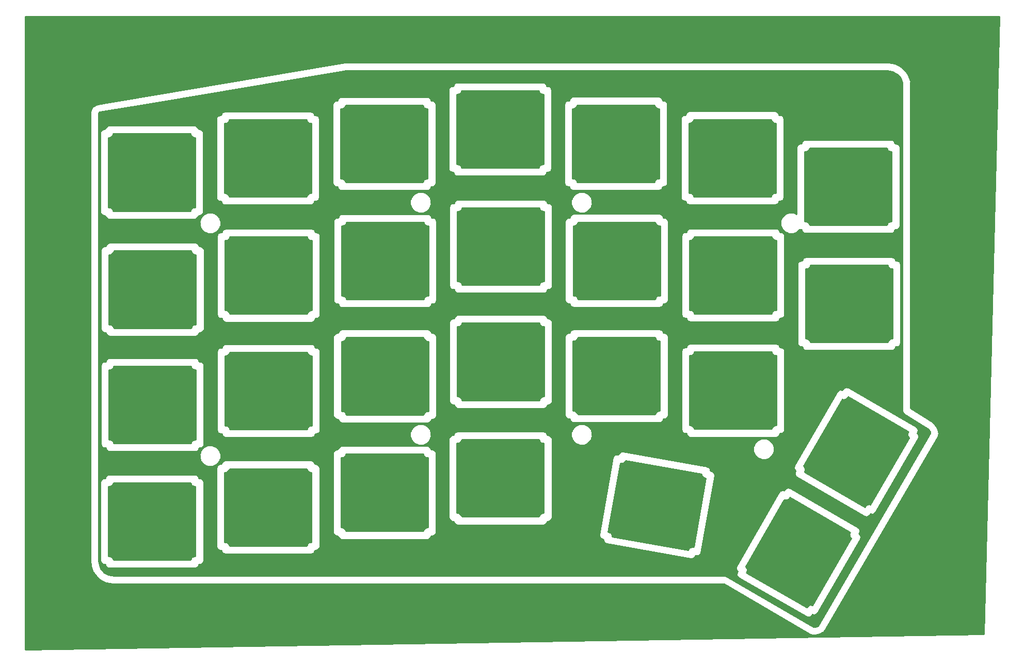
<source format=gbr>
G04 #@! TF.FileFunction,Copper,L1,Top,Signal*
%FSLAX46Y46*%
G04 Gerber Fmt 4.6, Leading zero omitted, Abs format (unit mm)*
G04 Created by KiCad (PCBNEW 4.0.7) date 05/28/18 10:59:54*
%MOMM*%
%LPD*%
G01*
G04 APERTURE LIST*
%ADD10C,0.100000*%
%ADD11C,0.254000*%
G04 APERTURE END LIST*
D10*
D11*
G36*
X220856086Y-139574983D02*
X63627000Y-142110936D01*
X63627000Y-53981600D01*
X74320000Y-53981600D01*
X74320000Y-127632000D01*
X74325902Y-127661670D01*
X74322610Y-127691741D01*
X74369710Y-128229741D01*
X74394794Y-128315783D01*
X74408438Y-128404359D01*
X74777638Y-129418359D01*
X74839292Y-129519935D01*
X74896416Y-129624139D01*
X75588216Y-130449139D01*
X75681089Y-130523727D01*
X75770643Y-130602252D01*
X76702643Y-131140252D01*
X76815304Y-131178486D01*
X76926183Y-131221599D01*
X77992683Y-131409599D01*
X78052711Y-131408286D01*
X78111600Y-131420000D01*
X178270671Y-131420000D01*
X192385854Y-139653692D01*
X192449154Y-139675495D01*
X192506929Y-139709315D01*
X192532930Y-139718316D01*
X192600496Y-139727623D01*
X192638557Y-139740733D01*
X192674724Y-139738525D01*
X192775396Y-139755753D01*
X193445397Y-139737753D01*
X193561747Y-139711342D01*
X193679113Y-139689918D01*
X194303113Y-139442918D01*
X194402977Y-139378448D01*
X194505576Y-139318431D01*
X194629576Y-139208431D01*
X194694732Y-139122510D01*
X194766280Y-139041850D01*
X213350280Y-107269850D01*
X213353737Y-107259854D01*
X213356715Y-107256386D01*
X213389619Y-107156079D01*
X213437623Y-107017251D01*
X213437243Y-107010902D01*
X213440023Y-107002427D01*
X213480023Y-106672427D01*
X213470601Y-106548246D01*
X213464548Y-106423863D01*
X213354548Y-105983863D01*
X213306262Y-105881651D01*
X213264334Y-105776683D01*
X213004334Y-105376683D01*
X212970709Y-105342195D01*
X212946791Y-105300387D01*
X212606791Y-104909587D01*
X212527691Y-104848394D01*
X212455098Y-104779607D01*
X208890000Y-102533873D01*
X208890000Y-49002379D01*
X208894991Y-48976624D01*
X208841558Y-48714746D01*
X208421558Y-47714746D01*
X208356168Y-47617921D01*
X208313768Y-47540623D01*
X207621768Y-46715824D01*
X207528979Y-46641343D01*
X207439505Y-46562875D01*
X206507505Y-46024775D01*
X206394786Y-45986511D01*
X206283863Y-45943392D01*
X205216863Y-45755391D01*
X205156861Y-45756708D01*
X205098000Y-45745000D01*
X116211000Y-45745000D01*
X116154394Y-45756260D01*
X116096702Y-45754603D01*
X75512701Y-52622703D01*
X75353419Y-52683385D01*
X75295843Y-52702034D01*
X75277369Y-52712357D01*
X75262939Y-52717855D01*
X75256279Y-52724143D01*
X74955842Y-52892034D01*
X74911149Y-52930135D01*
X74845237Y-52966304D01*
X74696537Y-53091105D01*
X74622059Y-53183922D01*
X74543592Y-53273439D01*
X74446592Y-53441539D01*
X74408421Y-53554075D01*
X74365330Y-53664818D01*
X74330430Y-53862518D01*
X74331730Y-53922630D01*
X74320000Y-53981600D01*
X63627000Y-53981600D01*
X63627000Y-38227000D01*
X223389786Y-38227000D01*
X220856086Y-139574983D01*
X220856086Y-139574983D01*
G37*
X220856086Y-139574983D02*
X63627000Y-142110936D01*
X63627000Y-53981600D01*
X74320000Y-53981600D01*
X74320000Y-127632000D01*
X74325902Y-127661670D01*
X74322610Y-127691741D01*
X74369710Y-128229741D01*
X74394794Y-128315783D01*
X74408438Y-128404359D01*
X74777638Y-129418359D01*
X74839292Y-129519935D01*
X74896416Y-129624139D01*
X75588216Y-130449139D01*
X75681089Y-130523727D01*
X75770643Y-130602252D01*
X76702643Y-131140252D01*
X76815304Y-131178486D01*
X76926183Y-131221599D01*
X77992683Y-131409599D01*
X78052711Y-131408286D01*
X78111600Y-131420000D01*
X178270671Y-131420000D01*
X192385854Y-139653692D01*
X192449154Y-139675495D01*
X192506929Y-139709315D01*
X192532930Y-139718316D01*
X192600496Y-139727623D01*
X192638557Y-139740733D01*
X192674724Y-139738525D01*
X192775396Y-139755753D01*
X193445397Y-139737753D01*
X193561747Y-139711342D01*
X193679113Y-139689918D01*
X194303113Y-139442918D01*
X194402977Y-139378448D01*
X194505576Y-139318431D01*
X194629576Y-139208431D01*
X194694732Y-139122510D01*
X194766280Y-139041850D01*
X213350280Y-107269850D01*
X213353737Y-107259854D01*
X213356715Y-107256386D01*
X213389619Y-107156079D01*
X213437623Y-107017251D01*
X213437243Y-107010902D01*
X213440023Y-107002427D01*
X213480023Y-106672427D01*
X213470601Y-106548246D01*
X213464548Y-106423863D01*
X213354548Y-105983863D01*
X213306262Y-105881651D01*
X213264334Y-105776683D01*
X213004334Y-105376683D01*
X212970709Y-105342195D01*
X212946791Y-105300387D01*
X212606791Y-104909587D01*
X212527691Y-104848394D01*
X212455098Y-104779607D01*
X208890000Y-102533873D01*
X208890000Y-49002379D01*
X208894991Y-48976624D01*
X208841558Y-48714746D01*
X208421558Y-47714746D01*
X208356168Y-47617921D01*
X208313768Y-47540623D01*
X207621768Y-46715824D01*
X207528979Y-46641343D01*
X207439505Y-46562875D01*
X206507505Y-46024775D01*
X206394786Y-45986511D01*
X206283863Y-45943392D01*
X205216863Y-45755391D01*
X205156861Y-45756708D01*
X205098000Y-45745000D01*
X116211000Y-45745000D01*
X116154394Y-45756260D01*
X116096702Y-45754603D01*
X75512701Y-52622703D01*
X75353419Y-52683385D01*
X75295843Y-52702034D01*
X75277369Y-52712357D01*
X75262939Y-52717855D01*
X75256279Y-52724143D01*
X74955842Y-52892034D01*
X74911149Y-52930135D01*
X74845237Y-52966304D01*
X74696537Y-53091105D01*
X74622059Y-53183922D01*
X74543592Y-53273439D01*
X74446592Y-53441539D01*
X74408421Y-53554075D01*
X74365330Y-53664818D01*
X74330430Y-53862518D01*
X74331730Y-53922630D01*
X74320000Y-53981600D01*
X63627000Y-53981600D01*
X63627000Y-38227000D01*
X223389786Y-38227000D01*
X220856086Y-139574983D01*
G36*
X205927138Y-47271642D02*
X206649878Y-47688923D01*
X207200351Y-48345036D01*
X207520000Y-49106106D01*
X207520000Y-102870000D01*
X207524288Y-102891555D01*
X207524000Y-102893000D01*
X207524000Y-102894000D01*
X207528802Y-102918141D01*
X207525724Y-102942559D01*
X207530074Y-102958445D01*
X207529320Y-102982613D01*
X207531320Y-102994614D01*
X207533134Y-102999410D01*
X207533049Y-103004537D01*
X207535049Y-103015536D01*
X207561489Y-103082470D01*
X207576143Y-103156138D01*
X207586999Y-103172385D01*
X207588143Y-103178138D01*
X207591691Y-103183448D01*
X207596317Y-103200341D01*
X207602317Y-103212341D01*
X207618637Y-103233370D01*
X207627617Y-103258430D01*
X207633617Y-103268430D01*
X207672805Y-103311627D01*
X207680893Y-103329757D01*
X207704222Y-103351862D01*
X207736632Y-103400368D01*
X207738632Y-103402368D01*
X207745234Y-103406779D01*
X207747632Y-103410368D01*
X207755632Y-103418368D01*
X207762703Y-103423092D01*
X207767911Y-103429975D01*
X207776911Y-103437976D01*
X207799377Y-103451148D01*
X207813199Y-103466384D01*
X207836893Y-103477577D01*
X207874902Y-103513593D01*
X211639477Y-105884983D01*
X211881771Y-106163479D01*
X212053235Y-106427270D01*
X212104739Y-106633285D01*
X212096706Y-106699559D01*
X193656712Y-138225361D01*
X193287515Y-138371500D01*
X192923523Y-138381279D01*
X178818146Y-130153308D01*
X178750179Y-130129897D01*
X178710138Y-130103143D01*
X178689826Y-130099103D01*
X178670616Y-130088152D01*
X178664616Y-130086152D01*
X178657196Y-130085217D01*
X178656073Y-130084896D01*
X178649184Y-130081356D01*
X178642184Y-130079356D01*
X178599095Y-130075817D01*
X178561821Y-130062461D01*
X178553091Y-130062886D01*
X178538874Y-130057885D01*
X178531874Y-130056885D01*
X178489262Y-130059208D01*
X178448000Y-130051000D01*
X178442000Y-130051000D01*
X178441014Y-130051196D01*
X178435000Y-130050000D01*
X78171513Y-130050000D01*
X77282957Y-129893368D01*
X76560286Y-129476203D01*
X76023691Y-128836291D01*
X75726623Y-128020401D01*
X75690000Y-127602072D01*
X75690000Y-114688480D01*
X75945050Y-114688480D01*
X75945050Y-127489050D01*
X75997193Y-127751188D01*
X76145682Y-127973418D01*
X76367912Y-128121907D01*
X76630050Y-128174050D01*
X76761602Y-128174050D01*
X76796453Y-128349258D01*
X76944942Y-128571488D01*
X77167172Y-128719977D01*
X77429310Y-128772120D01*
X91428860Y-128772120D01*
X91690998Y-128719977D01*
X91758010Y-128675201D01*
X180208662Y-128675201D01*
X180217376Y-128808178D01*
X180225948Y-128941189D01*
X180226114Y-128941527D01*
X180226139Y-128941903D01*
X180285120Y-129061508D01*
X180343899Y-129181028D01*
X180344181Y-129181276D01*
X180344348Y-129181614D01*
X180444753Y-129269670D01*
X180479534Y-129300239D01*
X180413791Y-129413941D01*
X180413716Y-129414160D01*
X180413565Y-129414333D01*
X180370860Y-129540148D01*
X180327718Y-129666976D01*
X180327733Y-129667207D01*
X180327659Y-129667425D01*
X180336377Y-129800400D01*
X180345028Y-129933689D01*
X180345130Y-129933896D01*
X180345145Y-129934126D01*
X180403635Y-130052724D01*
X180463087Y-130173474D01*
X180463262Y-130173627D01*
X180463363Y-130173833D01*
X180563162Y-130261351D01*
X180663921Y-130349829D01*
X180664140Y-130349904D01*
X180664313Y-130350055D01*
X191749313Y-136749655D01*
X191874920Y-136792289D01*
X192000620Y-136835324D01*
X192001537Y-136835266D01*
X192002405Y-136835561D01*
X192134772Y-136826882D01*
X192267366Y-136818539D01*
X192268191Y-136818135D01*
X192269106Y-136818075D01*
X192388271Y-136759306D01*
X192507383Y-136700952D01*
X192507989Y-136700265D01*
X192508814Y-136699858D01*
X192596454Y-136599919D01*
X192684133Y-136500465D01*
X192750654Y-136385939D01*
X192796392Y-136401419D01*
X192922413Y-136444192D01*
X192922714Y-136444172D01*
X192923003Y-136444270D01*
X193055964Y-136435434D01*
X193189114Y-136426703D01*
X193189388Y-136426568D01*
X193189688Y-136426548D01*
X193308968Y-136367592D01*
X193428820Y-136308482D01*
X193429019Y-136308255D01*
X193429292Y-136308120D01*
X193517298Y-136207585D01*
X193605039Y-136107529D01*
X200605039Y-123982199D01*
X200605139Y-123981903D01*
X200605346Y-123981667D01*
X200648081Y-123855387D01*
X200690942Y-123729107D01*
X200690921Y-123728794D01*
X200691022Y-123728497D01*
X200682196Y-123595734D01*
X200673453Y-123462406D01*
X200673314Y-123462124D01*
X200673293Y-123461812D01*
X200614378Y-123342625D01*
X200555232Y-123222700D01*
X200554996Y-123222493D01*
X200554857Y-123222212D01*
X200454377Y-123134259D01*
X200420021Y-123104131D01*
X200485180Y-122991156D01*
X200528184Y-122864284D01*
X200570924Y-122738444D01*
X200570910Y-122738231D01*
X200570979Y-122738028D01*
X200562197Y-122604948D01*
X200553489Y-122471740D01*
X200553394Y-122471547D01*
X200553380Y-122471335D01*
X200494613Y-122352302D01*
X200435317Y-122232010D01*
X200435155Y-122231868D01*
X200435061Y-122231677D01*
X200334968Y-122143976D01*
X200234399Y-122055750D01*
X189149399Y-115653350D01*
X189148908Y-115653183D01*
X189148517Y-115652841D01*
X189022095Y-115610113D01*
X188896324Y-115567396D01*
X188895807Y-115567430D01*
X188895314Y-115567263D01*
X188762192Y-115576165D01*
X188629620Y-115584831D01*
X188629155Y-115585060D01*
X188628636Y-115585095D01*
X188509034Y-115644273D01*
X188389890Y-115703004D01*
X188389549Y-115703393D01*
X188389082Y-115703624D01*
X188301213Y-115804086D01*
X188213630Y-115903921D01*
X188213463Y-115904412D01*
X188213121Y-115904803D01*
X188147309Y-116019142D01*
X188103387Y-116004312D01*
X187977219Y-115961482D01*
X187976650Y-115961519D01*
X187976110Y-115961337D01*
X187843248Y-115970261D01*
X187710517Y-115978959D01*
X187710006Y-115979211D01*
X187709437Y-115979249D01*
X187590172Y-116038305D01*
X187470806Y-116097168D01*
X187470430Y-116097597D01*
X187469919Y-116097850D01*
X187382414Y-116197957D01*
X187294577Y-116298112D01*
X180294577Y-128422112D01*
X180251628Y-128548633D01*
X180208759Y-128674469D01*
X180208783Y-128674844D01*
X180208662Y-128675201D01*
X91758010Y-128675201D01*
X91913228Y-128571488D01*
X92061717Y-128349258D01*
X92096568Y-128174050D01*
X92229460Y-128174050D01*
X92491598Y-128121907D01*
X92713828Y-127973418D01*
X92862317Y-127751188D01*
X92914460Y-127489050D01*
X92914460Y-114688480D01*
X92862317Y-114426342D01*
X92713828Y-114204112D01*
X92491598Y-114055623D01*
X92229460Y-114003480D01*
X92096853Y-114003480D01*
X92061717Y-113826842D01*
X91913228Y-113604612D01*
X91690998Y-113456123D01*
X91428860Y-113403980D01*
X77429310Y-113403980D01*
X77167172Y-113456123D01*
X76944942Y-113604612D01*
X76796453Y-113826842D01*
X76761317Y-114003480D01*
X76630050Y-114003480D01*
X76367912Y-114055623D01*
X76145682Y-114204112D01*
X75997193Y-114426342D01*
X75945050Y-114688480D01*
X75690000Y-114688480D01*
X75690000Y-112379620D01*
X94984800Y-112379620D01*
X94984800Y-125180190D01*
X95036943Y-125442328D01*
X95185432Y-125664558D01*
X95407662Y-125813047D01*
X95669800Y-125865190D01*
X95801492Y-125865190D01*
X95836343Y-126040398D01*
X95984832Y-126262628D01*
X96207062Y-126411117D01*
X96469200Y-126463260D01*
X110468500Y-126463260D01*
X110730638Y-126411117D01*
X110952868Y-126262628D01*
X111101357Y-126040398D01*
X111136208Y-125865190D01*
X111269300Y-125865190D01*
X111531438Y-125813047D01*
X111753668Y-125664558D01*
X111902157Y-125442328D01*
X111954300Y-125180190D01*
X111954300Y-112379620D01*
X111902157Y-112117482D01*
X111753668Y-111895252D01*
X111531438Y-111746763D01*
X111269300Y-111694620D01*
X111136493Y-111694620D01*
X111101357Y-111517982D01*
X110952868Y-111295752D01*
X110730638Y-111147263D01*
X110468500Y-111095120D01*
X96469200Y-111095120D01*
X96207062Y-111147263D01*
X95984832Y-111295752D01*
X95836343Y-111517982D01*
X95801207Y-111694620D01*
X95669800Y-111694620D01*
X95407662Y-111746763D01*
X95185432Y-111895252D01*
X95036943Y-112117482D01*
X94984800Y-112379620D01*
X75690000Y-112379620D01*
X75690000Y-110061593D01*
X92214677Y-110061593D01*
X92224975Y-110377507D01*
X92224699Y-110693599D01*
X92236184Y-110721395D01*
X92237164Y-110751453D01*
X92457901Y-111284359D01*
X92470954Y-111289581D01*
X92488281Y-111331515D01*
X92975918Y-111820004D01*
X93020149Y-111838370D01*
X93025641Y-111852099D01*
X93321448Y-111963481D01*
X93613373Y-112084699D01*
X93643448Y-112084725D01*
X93671593Y-112095323D01*
X93987507Y-112085025D01*
X94303599Y-112085301D01*
X94331395Y-112073816D01*
X94361453Y-112072836D01*
X94894359Y-111852099D01*
X94899581Y-111839046D01*
X94941515Y-111821719D01*
X95430004Y-111334082D01*
X95448370Y-111289851D01*
X95462099Y-111284359D01*
X95573481Y-110988552D01*
X95694699Y-110696627D01*
X95694725Y-110666552D01*
X95705323Y-110638407D01*
X95695025Y-110322493D01*
X95695301Y-110006401D01*
X95687260Y-109986940D01*
X114083060Y-109986940D01*
X114083060Y-122787510D01*
X114135203Y-123049648D01*
X114283692Y-123271878D01*
X114505922Y-123420367D01*
X114768060Y-123472510D01*
X114899752Y-123472510D01*
X114934603Y-123647718D01*
X115083092Y-123869948D01*
X115305322Y-124018437D01*
X115567460Y-124070580D01*
X129566760Y-124070580D01*
X129828898Y-124018437D01*
X130051128Y-123869948D01*
X130199617Y-123647718D01*
X130234468Y-123472510D01*
X130367560Y-123472510D01*
X130629698Y-123420367D01*
X130851928Y-123271878D01*
X130857996Y-123262796D01*
X157789086Y-123262796D01*
X157791985Y-123395622D01*
X157794880Y-123529831D01*
X157794917Y-123529915D01*
X157794919Y-123530006D01*
X157848449Y-123651660D01*
X157902461Y-123774497D01*
X157902527Y-123774560D01*
X157902564Y-123774644D01*
X157998825Y-123866792D01*
X158095483Y-123959369D01*
X158095568Y-123959402D01*
X158095634Y-123959465D01*
X158219109Y-124007481D01*
X158344559Y-124056303D01*
X158475604Y-124079444D01*
X158476710Y-124127130D01*
X158479617Y-124260350D01*
X158479812Y-124260793D01*
X158479823Y-124261274D01*
X158533489Y-124382784D01*
X158587260Y-124504989D01*
X158587609Y-124505324D01*
X158587804Y-124505764D01*
X158683967Y-124597565D01*
X158780329Y-124689812D01*
X158780779Y-124689987D01*
X158781128Y-124690320D01*
X158905381Y-124738443D01*
X159029430Y-124786683D01*
X172814821Y-127217443D01*
X172814823Y-127217444D01*
X172814825Y-127217444D01*
X172815330Y-127217533D01*
X172948454Y-127214628D01*
X173082037Y-127211814D01*
X173082277Y-127211709D01*
X173082540Y-127211703D01*
X173204958Y-127157838D01*
X173326757Y-127104355D01*
X173326938Y-127104166D01*
X173327179Y-127104060D01*
X173419619Y-127007496D01*
X173511725Y-126911425D01*
X173511820Y-126911181D01*
X173512002Y-126910991D01*
X173560268Y-126786876D01*
X173577578Y-126742463D01*
X173708066Y-126765504D01*
X173708150Y-126765502D01*
X173708232Y-126765534D01*
X173842119Y-126762612D01*
X173975277Y-126759739D01*
X173975357Y-126759704D01*
X173975442Y-126759702D01*
X174097205Y-126706125D01*
X174219942Y-126652155D01*
X174220001Y-126652093D01*
X174220081Y-126652058D01*
X174311634Y-126556420D01*
X174404813Y-126459132D01*
X174404845Y-126459049D01*
X174404903Y-126458989D01*
X174453163Y-126334890D01*
X174501744Y-126210054D01*
X174501742Y-126209970D01*
X174501774Y-126209888D01*
X176724574Y-113603628D01*
X176724563Y-113603128D01*
X176724743Y-113602663D01*
X176721645Y-113469446D01*
X176718742Y-113336417D01*
X176718542Y-113335962D01*
X176718530Y-113335462D01*
X176664649Y-113213482D01*
X176611098Y-113091779D01*
X176610738Y-113091434D01*
X176610536Y-113090977D01*
X176514183Y-112999003D01*
X176418029Y-112906956D01*
X176417563Y-112906775D01*
X176417203Y-112906431D01*
X176293337Y-112858466D01*
X176168928Y-112810086D01*
X176168428Y-112810097D01*
X176167963Y-112809917D01*
X176039370Y-112787432D01*
X176038382Y-112742139D01*
X176035577Y-112608028D01*
X176035447Y-112607732D01*
X176035440Y-112607411D01*
X175981894Y-112485722D01*
X175928157Y-112363292D01*
X175927924Y-112363069D01*
X175927794Y-112362773D01*
X175831342Y-112270443D01*
X175736351Y-112179343D01*
X189733578Y-112179343D01*
X189742385Y-112311814D01*
X189751148Y-112445438D01*
X189751286Y-112445719D01*
X189751307Y-112446028D01*
X189810343Y-112565460D01*
X189869370Y-112685143D01*
X189869603Y-112685348D01*
X189869742Y-112685628D01*
X189970268Y-112773621D01*
X190004472Y-112803615D01*
X189938491Y-112917961D01*
X189896109Y-113042915D01*
X189852667Y-113170860D01*
X189852674Y-113170970D01*
X189852640Y-113171071D01*
X189861330Y-113303182D01*
X189870128Y-113437563D01*
X189870176Y-113437660D01*
X189870183Y-113437768D01*
X189929260Y-113557492D01*
X189988323Y-113677282D01*
X189988404Y-113677353D01*
X189988452Y-113677450D01*
X190088459Y-113765112D01*
X190189257Y-113853523D01*
X201274257Y-120254523D01*
X201274291Y-120254535D01*
X201274318Y-120254558D01*
X201400251Y-120297302D01*
X201527341Y-120340453D01*
X201527377Y-120340451D01*
X201527410Y-120340462D01*
X201660610Y-120331728D01*
X201794043Y-120322992D01*
X201794075Y-120322976D01*
X201794111Y-120322974D01*
X201912613Y-120264530D01*
X202033762Y-120204797D01*
X202033787Y-120204769D01*
X202033817Y-120204754D01*
X202118926Y-120107701D01*
X202210003Y-120003863D01*
X202210015Y-120003829D01*
X202210038Y-120003802D01*
X202276657Y-119888406D01*
X202320706Y-119903356D01*
X202446551Y-119946248D01*
X202446993Y-119946220D01*
X202447415Y-119946363D01*
X202580257Y-119937651D01*
X202713274Y-119929098D01*
X202713675Y-119928901D01*
X202714116Y-119928872D01*
X202833378Y-119870053D01*
X202953130Y-119811181D01*
X202953423Y-119810848D01*
X202953822Y-119810651D01*
X203041594Y-119710558D01*
X203129604Y-119610453D01*
X203129748Y-119610031D01*
X203130040Y-119609698D01*
X210130040Y-107484298D01*
X210172606Y-107358886D01*
X210215842Y-107231971D01*
X210215816Y-107231575D01*
X210215942Y-107231205D01*
X210207271Y-107098985D01*
X210198652Y-106965251D01*
X210198478Y-106964897D01*
X210198452Y-106964505D01*
X210139809Y-106845600D01*
X210080702Y-106725412D01*
X210080404Y-106725150D01*
X210080231Y-106724799D01*
X209980245Y-106637120D01*
X209944512Y-106605714D01*
X210010180Y-106491856D01*
X210052861Y-106365938D01*
X210095942Y-106239015D01*
X210095932Y-106238866D01*
X210095979Y-106238728D01*
X210087244Y-106106357D01*
X210078455Y-105972315D01*
X210078390Y-105972183D01*
X210078380Y-105972035D01*
X210019446Y-105852663D01*
X209960238Y-105732607D01*
X209960126Y-105732509D01*
X209960061Y-105732377D01*
X209860353Y-105645014D01*
X209759287Y-105556385D01*
X198674287Y-99156785D01*
X198674146Y-99156737D01*
X198674035Y-99156640D01*
X198547779Y-99113845D01*
X198421195Y-99070879D01*
X198421048Y-99070889D01*
X198420907Y-99070841D01*
X198287278Y-99079659D01*
X198154494Y-99088365D01*
X198154362Y-99088430D01*
X198154214Y-99088440D01*
X198034372Y-99147606D01*
X197914787Y-99206583D01*
X197914690Y-99206694D01*
X197914556Y-99206760D01*
X197826609Y-99307134D01*
X197738565Y-99407533D01*
X197738517Y-99407674D01*
X197738420Y-99407785D01*
X197672918Y-99521355D01*
X197628471Y-99506340D01*
X197502183Y-99463477D01*
X197501681Y-99463510D01*
X197501208Y-99463350D01*
X197368502Y-99472244D01*
X197235482Y-99480968D01*
X197235033Y-99481189D01*
X197234533Y-99481223D01*
X197115118Y-99540331D01*
X196995777Y-99599190D01*
X196995447Y-99599566D01*
X196994997Y-99599789D01*
X196907272Y-99700118D01*
X196819559Y-99800144D01*
X189819559Y-111925644D01*
X189819459Y-111925939D01*
X189819254Y-111926173D01*
X189776625Y-112052141D01*
X189733657Y-112178737D01*
X189733677Y-112179049D01*
X189733578Y-112179343D01*
X175736351Y-112179343D01*
X175735256Y-112178293D01*
X175734956Y-112178176D01*
X175734723Y-112177953D01*
X175610530Y-112129658D01*
X175486244Y-112081195D01*
X175485921Y-112081202D01*
X175485621Y-112081085D01*
X161698321Y-109650185D01*
X161565294Y-109653090D01*
X161431728Y-109655883D01*
X161431432Y-109656013D01*
X161431111Y-109656020D01*
X161309422Y-109709566D01*
X161186992Y-109763303D01*
X161186769Y-109763536D01*
X161186473Y-109763666D01*
X161094143Y-109860118D01*
X161001993Y-109956204D01*
X161001876Y-109956504D01*
X161001653Y-109956737D01*
X160953358Y-110080930D01*
X160936056Y-110125303D01*
X160805282Y-110102214D01*
X160805201Y-110102216D01*
X160805124Y-110102186D01*
X160671985Y-110105092D01*
X160538070Y-110107984D01*
X160537994Y-110108017D01*
X160537914Y-110108019D01*
X160417025Y-110161212D01*
X160293407Y-110215572D01*
X160293350Y-110215631D01*
X160293276Y-110215664D01*
X160202308Y-110310692D01*
X160108541Y-110408599D01*
X160108511Y-110408677D01*
X160108455Y-110408735D01*
X160060317Y-110532523D01*
X160011614Y-110657678D01*
X160011616Y-110657759D01*
X160011586Y-110657836D01*
X157789086Y-123262796D01*
X130857996Y-123262796D01*
X131000417Y-123049648D01*
X131052560Y-122787510D01*
X131052560Y-109986940D01*
X131000417Y-109724802D01*
X130851928Y-109502572D01*
X130629698Y-109354083D01*
X130367560Y-109301940D01*
X130234753Y-109301940D01*
X130199617Y-109125302D01*
X130051128Y-108903072D01*
X129828898Y-108754583D01*
X129566760Y-108702440D01*
X115567460Y-108702440D01*
X115305322Y-108754583D01*
X115083092Y-108903072D01*
X114934603Y-109125302D01*
X114899467Y-109301940D01*
X114768060Y-109301940D01*
X114505922Y-109354083D01*
X114283692Y-109502572D01*
X114135203Y-109724802D01*
X114083060Y-109986940D01*
X95687260Y-109986940D01*
X95683816Y-109978605D01*
X95682836Y-109948547D01*
X95462099Y-109415641D01*
X95449046Y-109410419D01*
X95431719Y-109368485D01*
X94944082Y-108879996D01*
X94899851Y-108861630D01*
X94894359Y-108847901D01*
X94598552Y-108736519D01*
X94306627Y-108615301D01*
X94276552Y-108615275D01*
X94248407Y-108604677D01*
X93932493Y-108614975D01*
X93616401Y-108614699D01*
X93588605Y-108626184D01*
X93558547Y-108627164D01*
X93025641Y-108847901D01*
X93020419Y-108860954D01*
X92978485Y-108878281D01*
X92489996Y-109365918D01*
X92471630Y-109410149D01*
X92457901Y-109415641D01*
X92346519Y-109711448D01*
X92225301Y-110003373D01*
X92225275Y-110033448D01*
X92214677Y-110061593D01*
X75690000Y-110061593D01*
X75690000Y-95562280D01*
X76011090Y-95562280D01*
X76011090Y-108362850D01*
X76063233Y-108624988D01*
X76211722Y-108847218D01*
X76433952Y-108995707D01*
X76696090Y-109047850D01*
X76827642Y-109047850D01*
X76862493Y-109223058D01*
X77010982Y-109445288D01*
X77233212Y-109593777D01*
X77495350Y-109645920D01*
X91494900Y-109645920D01*
X91757038Y-109593777D01*
X91979268Y-109445288D01*
X92127757Y-109223058D01*
X92162608Y-109047850D01*
X92295500Y-109047850D01*
X92557638Y-108995707D01*
X92779868Y-108847218D01*
X92928357Y-108624988D01*
X92980500Y-108362850D01*
X92980500Y-95562280D01*
X92928357Y-95300142D01*
X92779868Y-95077912D01*
X92557638Y-94929423D01*
X92295500Y-94877280D01*
X92162893Y-94877280D01*
X92127757Y-94700642D01*
X91979268Y-94478412D01*
X91757038Y-94329923D01*
X91494900Y-94277780D01*
X77495350Y-94277780D01*
X77233212Y-94329923D01*
X77010982Y-94478412D01*
X76862493Y-94700642D01*
X76827357Y-94877280D01*
X76696090Y-94877280D01*
X76433952Y-94929423D01*
X76211722Y-95077912D01*
X76063233Y-95300142D01*
X76011090Y-95562280D01*
X75690000Y-95562280D01*
X75690000Y-93253420D01*
X95050840Y-93253420D01*
X95050840Y-106053990D01*
X95102983Y-106316128D01*
X95251472Y-106538358D01*
X95473702Y-106686847D01*
X95735840Y-106738990D01*
X95867532Y-106738990D01*
X95902383Y-106914198D01*
X96050872Y-107136428D01*
X96273102Y-107284917D01*
X96535240Y-107337060D01*
X110534540Y-107337060D01*
X110796678Y-107284917D01*
X111018908Y-107136428D01*
X111167397Y-106914198D01*
X111202248Y-106738990D01*
X111335340Y-106738990D01*
X111597478Y-106686847D01*
X111784934Y-106561593D01*
X126754677Y-106561593D01*
X126764975Y-106877507D01*
X126764699Y-107193599D01*
X126776184Y-107221395D01*
X126777164Y-107251453D01*
X126997901Y-107784359D01*
X127010954Y-107789581D01*
X127028281Y-107831515D01*
X127515918Y-108320004D01*
X127560149Y-108338370D01*
X127565641Y-108352099D01*
X127861448Y-108463481D01*
X128153373Y-108584699D01*
X128183448Y-108584725D01*
X128211593Y-108595323D01*
X128527507Y-108585025D01*
X128843599Y-108585301D01*
X128871395Y-108573816D01*
X128901453Y-108572836D01*
X129434359Y-108352099D01*
X129439581Y-108339046D01*
X129481515Y-108321719D01*
X129970004Y-107834082D01*
X129988370Y-107789851D01*
X130002099Y-107784359D01*
X130067939Y-107609500D01*
X133087340Y-107609500D01*
X133087340Y-120410070D01*
X133139483Y-120672208D01*
X133287972Y-120894438D01*
X133510202Y-121042927D01*
X133772340Y-121095070D01*
X133904032Y-121095070D01*
X133938883Y-121270278D01*
X134087372Y-121492508D01*
X134309602Y-121640997D01*
X134571740Y-121693140D01*
X148571040Y-121693140D01*
X148833178Y-121640997D01*
X149055408Y-121492508D01*
X149203897Y-121270278D01*
X149238748Y-121095070D01*
X149371840Y-121095070D01*
X149633978Y-121042927D01*
X149856208Y-120894438D01*
X150004697Y-120672208D01*
X150056840Y-120410070D01*
X150056840Y-108931593D01*
X183034677Y-108931593D01*
X183044975Y-109247507D01*
X183044699Y-109563599D01*
X183056184Y-109591395D01*
X183057164Y-109621453D01*
X183277901Y-110154359D01*
X183290954Y-110159581D01*
X183308281Y-110201515D01*
X183795918Y-110690004D01*
X183840149Y-110708370D01*
X183845641Y-110722099D01*
X184141448Y-110833481D01*
X184433373Y-110954699D01*
X184463448Y-110954725D01*
X184491593Y-110965323D01*
X184807507Y-110955025D01*
X185123599Y-110955301D01*
X185151395Y-110943816D01*
X185181453Y-110942836D01*
X185714359Y-110722099D01*
X185719581Y-110709046D01*
X185761515Y-110691719D01*
X186250004Y-110204082D01*
X186268370Y-110159851D01*
X186282099Y-110154359D01*
X186393481Y-109858552D01*
X186514699Y-109566627D01*
X186514725Y-109536552D01*
X186525323Y-109508407D01*
X186515025Y-109192493D01*
X186515301Y-108876401D01*
X186503816Y-108848605D01*
X186502836Y-108818547D01*
X186282099Y-108285641D01*
X186269046Y-108280419D01*
X186251719Y-108238485D01*
X185764082Y-107749996D01*
X185719851Y-107731630D01*
X185714359Y-107717901D01*
X185418552Y-107606519D01*
X185126627Y-107485301D01*
X185096552Y-107485275D01*
X185068407Y-107474677D01*
X184752493Y-107484975D01*
X184436401Y-107484699D01*
X184408605Y-107496184D01*
X184378547Y-107497164D01*
X183845641Y-107717901D01*
X183840419Y-107730954D01*
X183798485Y-107748281D01*
X183309996Y-108235918D01*
X183291630Y-108280149D01*
X183277901Y-108285641D01*
X183166519Y-108581448D01*
X183045301Y-108873373D01*
X183045275Y-108903448D01*
X183034677Y-108931593D01*
X150056840Y-108931593D01*
X150056840Y-107609500D01*
X150004697Y-107347362D01*
X149856208Y-107125132D01*
X149633978Y-106976643D01*
X149371840Y-106924500D01*
X149239033Y-106924500D01*
X149203897Y-106747862D01*
X149079437Y-106561593D01*
X153164677Y-106561593D01*
X153174975Y-106877507D01*
X153174699Y-107193599D01*
X153186184Y-107221395D01*
X153187164Y-107251453D01*
X153407901Y-107784359D01*
X153420954Y-107789581D01*
X153438281Y-107831515D01*
X153925918Y-108320004D01*
X153970149Y-108338370D01*
X153975641Y-108352099D01*
X154271448Y-108463481D01*
X154563373Y-108584699D01*
X154593448Y-108584725D01*
X154621593Y-108595323D01*
X154937507Y-108585025D01*
X155253599Y-108585301D01*
X155281395Y-108573816D01*
X155311453Y-108572836D01*
X155844359Y-108352099D01*
X155849581Y-108339046D01*
X155891515Y-108321719D01*
X156380004Y-107834082D01*
X156398370Y-107789851D01*
X156412099Y-107784359D01*
X156523481Y-107488552D01*
X156644699Y-107196627D01*
X156644725Y-107166552D01*
X156655323Y-107138407D01*
X156645025Y-106822493D01*
X156645301Y-106506401D01*
X156633816Y-106478605D01*
X156632836Y-106448547D01*
X156412099Y-105915641D01*
X156399046Y-105910419D01*
X156381719Y-105868485D01*
X155894082Y-105379996D01*
X155849851Y-105361630D01*
X155844359Y-105347901D01*
X155548552Y-105236519D01*
X155256627Y-105115301D01*
X155226552Y-105115275D01*
X155198407Y-105104677D01*
X154882493Y-105114975D01*
X154566401Y-105114699D01*
X154538605Y-105126184D01*
X154508547Y-105127164D01*
X153975641Y-105347901D01*
X153970419Y-105360954D01*
X153928485Y-105378281D01*
X153439996Y-105865918D01*
X153421630Y-105910149D01*
X153407901Y-105915641D01*
X153296519Y-106211448D01*
X153175301Y-106503373D01*
X153175275Y-106533448D01*
X153164677Y-106561593D01*
X149079437Y-106561593D01*
X149055408Y-106525632D01*
X148833178Y-106377143D01*
X148571040Y-106325000D01*
X134571740Y-106325000D01*
X134309602Y-106377143D01*
X134087372Y-106525632D01*
X133938883Y-106747862D01*
X133903747Y-106924500D01*
X133772340Y-106924500D01*
X133510202Y-106976643D01*
X133287972Y-107125132D01*
X133139483Y-107347362D01*
X133087340Y-107609500D01*
X130067939Y-107609500D01*
X130113481Y-107488552D01*
X130234699Y-107196627D01*
X130234725Y-107166552D01*
X130245323Y-107138407D01*
X130235025Y-106822493D01*
X130235301Y-106506401D01*
X130223816Y-106478605D01*
X130222836Y-106448547D01*
X130002099Y-105915641D01*
X129989046Y-105910419D01*
X129971719Y-105868485D01*
X129484082Y-105379996D01*
X129439851Y-105361630D01*
X129434359Y-105347901D01*
X129138552Y-105236519D01*
X128846627Y-105115301D01*
X128816552Y-105115275D01*
X128788407Y-105104677D01*
X128472493Y-105114975D01*
X128156401Y-105114699D01*
X128128605Y-105126184D01*
X128098547Y-105127164D01*
X127565641Y-105347901D01*
X127560419Y-105360954D01*
X127518485Y-105378281D01*
X127029996Y-105865918D01*
X127011630Y-105910149D01*
X126997901Y-105915641D01*
X126886519Y-106211448D01*
X126765301Y-106503373D01*
X126765275Y-106533448D01*
X126754677Y-106561593D01*
X111784934Y-106561593D01*
X111819708Y-106538358D01*
X111968197Y-106316128D01*
X112020340Y-106053990D01*
X112020340Y-93253420D01*
X111968197Y-92991282D01*
X111819708Y-92769052D01*
X111597478Y-92620563D01*
X111335340Y-92568420D01*
X111202533Y-92568420D01*
X111167397Y-92391782D01*
X111018908Y-92169552D01*
X110796678Y-92021063D01*
X110534540Y-91968920D01*
X96535240Y-91968920D01*
X96273102Y-92021063D01*
X96050872Y-92169552D01*
X95902383Y-92391782D01*
X95867247Y-92568420D01*
X95735840Y-92568420D01*
X95473702Y-92620563D01*
X95251472Y-92769052D01*
X95102983Y-92991282D01*
X95050840Y-93253420D01*
X75690000Y-93253420D01*
X75690000Y-90860740D01*
X114149100Y-90860740D01*
X114149100Y-103661310D01*
X114201243Y-103923448D01*
X114349732Y-104145678D01*
X114571962Y-104294167D01*
X114834100Y-104346310D01*
X114965792Y-104346310D01*
X115000643Y-104521518D01*
X115149132Y-104743748D01*
X115371362Y-104892237D01*
X115633500Y-104944380D01*
X129632800Y-104944380D01*
X129894938Y-104892237D01*
X130117168Y-104743748D01*
X130265657Y-104521518D01*
X130300508Y-104346310D01*
X130433600Y-104346310D01*
X130695738Y-104294167D01*
X130917968Y-104145678D01*
X131066457Y-103923448D01*
X131118600Y-103661310D01*
X131118600Y-90860740D01*
X131066457Y-90598602D01*
X130917968Y-90376372D01*
X130695738Y-90227883D01*
X130433600Y-90175740D01*
X130300793Y-90175740D01*
X130265657Y-89999102D01*
X130117168Y-89776872D01*
X129894938Y-89628383D01*
X129632800Y-89576240D01*
X115633500Y-89576240D01*
X115371362Y-89628383D01*
X115149132Y-89776872D01*
X115000643Y-89999102D01*
X114965507Y-90175740D01*
X114834100Y-90175740D01*
X114571962Y-90227883D01*
X114349732Y-90376372D01*
X114201243Y-90598602D01*
X114149100Y-90860740D01*
X75690000Y-90860740D01*
X75690000Y-76639280D01*
X76018710Y-76639280D01*
X76018710Y-89439850D01*
X76070853Y-89701988D01*
X76219342Y-89924218D01*
X76441572Y-90072707D01*
X76703710Y-90124850D01*
X76835262Y-90124850D01*
X76870113Y-90300058D01*
X77018602Y-90522288D01*
X77240832Y-90670777D01*
X77502970Y-90722920D01*
X91502520Y-90722920D01*
X91764658Y-90670777D01*
X91986888Y-90522288D01*
X92135377Y-90300058D01*
X92170228Y-90124850D01*
X92303120Y-90124850D01*
X92565258Y-90072707D01*
X92787488Y-89924218D01*
X92935977Y-89701988D01*
X92988120Y-89439850D01*
X92988120Y-88483300D01*
X133153380Y-88483300D01*
X133153380Y-101283870D01*
X133205523Y-101546008D01*
X133354012Y-101768238D01*
X133576242Y-101916727D01*
X133838380Y-101968870D01*
X133970072Y-101968870D01*
X134004923Y-102144078D01*
X134153412Y-102366308D01*
X134375642Y-102514797D01*
X134637780Y-102566940D01*
X148637080Y-102566940D01*
X148899218Y-102514797D01*
X149121448Y-102366308D01*
X149269937Y-102144078D01*
X149304788Y-101968870D01*
X149437880Y-101968870D01*
X149700018Y-101916727D01*
X149922248Y-101768238D01*
X150070737Y-101546008D01*
X150122880Y-101283870D01*
X150122880Y-90837880D01*
X152144960Y-90837880D01*
X152144960Y-103638450D01*
X152197103Y-103900588D01*
X152345592Y-104122818D01*
X152567822Y-104271307D01*
X152829960Y-104323450D01*
X152961652Y-104323450D01*
X152996503Y-104498658D01*
X153144992Y-104720888D01*
X153367222Y-104869377D01*
X153629360Y-104921520D01*
X167628660Y-104921520D01*
X167890798Y-104869377D01*
X168113028Y-104720888D01*
X168261517Y-104498658D01*
X168296368Y-104323450D01*
X168429460Y-104323450D01*
X168691598Y-104271307D01*
X168913828Y-104122818D01*
X169062317Y-103900588D01*
X169114460Y-103638450D01*
X169114460Y-93210240D01*
X171250840Y-93210240D01*
X171250840Y-106010810D01*
X171302983Y-106272948D01*
X171451472Y-106495178D01*
X171673702Y-106643667D01*
X171935840Y-106695810D01*
X172067532Y-106695810D01*
X172102383Y-106871018D01*
X172250872Y-107093248D01*
X172473102Y-107241737D01*
X172735240Y-107293880D01*
X186734540Y-107293880D01*
X186996678Y-107241737D01*
X187218908Y-107093248D01*
X187367397Y-106871018D01*
X187402248Y-106695810D01*
X187535340Y-106695810D01*
X187797478Y-106643667D01*
X188019708Y-106495178D01*
X188168197Y-106272948D01*
X188220340Y-106010810D01*
X188220340Y-93210240D01*
X188168197Y-92948102D01*
X188019708Y-92725872D01*
X187797478Y-92577383D01*
X187535340Y-92525240D01*
X187402533Y-92525240D01*
X187367397Y-92348602D01*
X187218908Y-92126372D01*
X186996678Y-91977883D01*
X186734540Y-91925740D01*
X172735240Y-91925740D01*
X172473102Y-91977883D01*
X172250872Y-92126372D01*
X172102383Y-92348602D01*
X172067247Y-92525240D01*
X171935840Y-92525240D01*
X171673702Y-92577383D01*
X171451472Y-92725872D01*
X171302983Y-92948102D01*
X171250840Y-93210240D01*
X169114460Y-93210240D01*
X169114460Y-90837880D01*
X169062317Y-90575742D01*
X168913828Y-90353512D01*
X168691598Y-90205023D01*
X168429460Y-90152880D01*
X168296653Y-90152880D01*
X168261517Y-89976242D01*
X168113028Y-89754012D01*
X167890798Y-89605523D01*
X167628660Y-89553380D01*
X153629360Y-89553380D01*
X153367222Y-89605523D01*
X153144992Y-89754012D01*
X152996503Y-89976242D01*
X152961367Y-90152880D01*
X152829960Y-90152880D01*
X152567822Y-90205023D01*
X152345592Y-90353512D01*
X152197103Y-90575742D01*
X152144960Y-90837880D01*
X150122880Y-90837880D01*
X150122880Y-88483300D01*
X150070737Y-88221162D01*
X149922248Y-87998932D01*
X149700018Y-87850443D01*
X149437880Y-87798300D01*
X149305073Y-87798300D01*
X149269937Y-87621662D01*
X149121448Y-87399432D01*
X148899218Y-87250943D01*
X148637080Y-87198800D01*
X134637780Y-87198800D01*
X134375642Y-87250943D01*
X134153412Y-87399432D01*
X134004923Y-87621662D01*
X133969787Y-87798300D01*
X133838380Y-87798300D01*
X133576242Y-87850443D01*
X133354012Y-87998932D01*
X133205523Y-88221162D01*
X133153380Y-88483300D01*
X92988120Y-88483300D01*
X92988120Y-76639280D01*
X92935977Y-76377142D01*
X92787488Y-76154912D01*
X92565258Y-76006423D01*
X92303120Y-75954280D01*
X92170513Y-75954280D01*
X92135377Y-75777642D01*
X91986888Y-75555412D01*
X91764658Y-75406923D01*
X91502520Y-75354780D01*
X77502970Y-75354780D01*
X77240832Y-75406923D01*
X77018602Y-75555412D01*
X76870113Y-75777642D01*
X76834977Y-75954280D01*
X76703710Y-75954280D01*
X76441572Y-76006423D01*
X76219342Y-76154912D01*
X76070853Y-76377142D01*
X76018710Y-76639280D01*
X75690000Y-76639280D01*
X75690000Y-74330420D01*
X95058460Y-74330420D01*
X95058460Y-87130990D01*
X95110603Y-87393128D01*
X95259092Y-87615358D01*
X95481322Y-87763847D01*
X95743460Y-87815990D01*
X95875152Y-87815990D01*
X95910003Y-87991198D01*
X96058492Y-88213428D01*
X96280722Y-88361917D01*
X96542860Y-88414060D01*
X110542160Y-88414060D01*
X110804298Y-88361917D01*
X111026528Y-88213428D01*
X111175017Y-87991198D01*
X111209868Y-87815990D01*
X111342960Y-87815990D01*
X111605098Y-87763847D01*
X111827328Y-87615358D01*
X111975817Y-87393128D01*
X112027960Y-87130990D01*
X112027960Y-74330420D01*
X111975817Y-74068282D01*
X111827328Y-73846052D01*
X111605098Y-73697563D01*
X111342960Y-73645420D01*
X111210153Y-73645420D01*
X111175017Y-73468782D01*
X111026528Y-73246552D01*
X110804298Y-73098063D01*
X110542160Y-73045920D01*
X96542860Y-73045920D01*
X96280722Y-73098063D01*
X96058492Y-73246552D01*
X95910003Y-73468782D01*
X95874867Y-73645420D01*
X95743460Y-73645420D01*
X95481322Y-73697563D01*
X95259092Y-73846052D01*
X95110603Y-74068282D01*
X95058460Y-74330420D01*
X75690000Y-74330420D01*
X75690000Y-71861593D01*
X92214677Y-71861593D01*
X92224975Y-72177507D01*
X92224699Y-72493599D01*
X92236184Y-72521395D01*
X92237164Y-72551453D01*
X92457901Y-73084359D01*
X92470954Y-73089581D01*
X92488281Y-73131515D01*
X92975918Y-73620004D01*
X93020149Y-73638370D01*
X93025641Y-73652099D01*
X93321448Y-73763481D01*
X93613373Y-73884699D01*
X93643448Y-73884725D01*
X93671593Y-73895323D01*
X93987507Y-73885025D01*
X94303599Y-73885301D01*
X94331395Y-73873816D01*
X94361453Y-73872836D01*
X94894359Y-73652099D01*
X94899581Y-73639046D01*
X94941515Y-73621719D01*
X95430004Y-73134082D01*
X95448370Y-73089851D01*
X95462099Y-73084359D01*
X95573481Y-72788552D01*
X95694699Y-72496627D01*
X95694725Y-72466552D01*
X95705323Y-72438407D01*
X95695025Y-72122493D01*
X95695186Y-71937740D01*
X114156720Y-71937740D01*
X114156720Y-84738310D01*
X114208863Y-85000448D01*
X114357352Y-85222678D01*
X114579582Y-85371167D01*
X114841720Y-85423310D01*
X114973412Y-85423310D01*
X115008263Y-85598518D01*
X115156752Y-85820748D01*
X115378982Y-85969237D01*
X115641120Y-86021380D01*
X129640420Y-86021380D01*
X129902558Y-85969237D01*
X130124788Y-85820748D01*
X130273277Y-85598518D01*
X130308128Y-85423310D01*
X130441220Y-85423310D01*
X130703358Y-85371167D01*
X130925588Y-85222678D01*
X131074077Y-85000448D01*
X131126220Y-84738310D01*
X131126220Y-71937740D01*
X131074077Y-71675602D01*
X130925588Y-71453372D01*
X130703358Y-71304883D01*
X130441220Y-71252740D01*
X130308413Y-71252740D01*
X130273277Y-71076102D01*
X130124788Y-70853872D01*
X129902558Y-70705383D01*
X129640420Y-70653240D01*
X115641120Y-70653240D01*
X115378982Y-70705383D01*
X115156752Y-70853872D01*
X115008263Y-71076102D01*
X114973127Y-71252740D01*
X114841720Y-71252740D01*
X114579582Y-71304883D01*
X114357352Y-71453372D01*
X114208863Y-71675602D01*
X114156720Y-71937740D01*
X95695186Y-71937740D01*
X95695301Y-71806401D01*
X95683816Y-71778605D01*
X95682836Y-71748547D01*
X95462099Y-71215641D01*
X95449046Y-71210419D01*
X95431719Y-71168485D01*
X94944082Y-70679996D01*
X94899851Y-70661630D01*
X94894359Y-70647901D01*
X94598552Y-70536519D01*
X94306627Y-70415301D01*
X94276552Y-70415275D01*
X94248407Y-70404677D01*
X93932493Y-70414975D01*
X93616401Y-70414699D01*
X93588605Y-70426184D01*
X93558547Y-70427164D01*
X93025641Y-70647901D01*
X93020419Y-70660954D01*
X92978485Y-70678281D01*
X92489996Y-71165918D01*
X92471630Y-71210149D01*
X92457901Y-71215641D01*
X92346519Y-71511448D01*
X92225301Y-71803373D01*
X92225275Y-71833448D01*
X92214677Y-71861593D01*
X75690000Y-71861593D01*
X75690000Y-57416560D01*
X75901870Y-57416560D01*
X75901870Y-70217130D01*
X75954013Y-70479268D01*
X76102502Y-70701498D01*
X76324732Y-70849987D01*
X76586870Y-70902130D01*
X76718422Y-70902130D01*
X76753273Y-71077338D01*
X76901762Y-71299568D01*
X77123992Y-71448057D01*
X77386130Y-71500200D01*
X91385680Y-71500200D01*
X91647818Y-71448057D01*
X91870048Y-71299568D01*
X92018537Y-71077338D01*
X92053388Y-70902130D01*
X92186280Y-70902130D01*
X92448418Y-70849987D01*
X92670648Y-70701498D01*
X92819137Y-70479268D01*
X92871280Y-70217130D01*
X92871280Y-57416560D01*
X92819137Y-57154422D01*
X92670648Y-56932192D01*
X92448418Y-56783703D01*
X92186280Y-56731560D01*
X92053673Y-56731560D01*
X92018537Y-56554922D01*
X91870048Y-56332692D01*
X91647818Y-56184203D01*
X91385680Y-56132060D01*
X77386130Y-56132060D01*
X77123992Y-56184203D01*
X76901762Y-56332692D01*
X76753273Y-56554922D01*
X76718137Y-56731560D01*
X76586870Y-56731560D01*
X76324732Y-56783703D01*
X76102502Y-56932192D01*
X75954013Y-57154422D01*
X75901870Y-57416560D01*
X75690000Y-57416560D01*
X75690000Y-55107700D01*
X94941620Y-55107700D01*
X94941620Y-67908270D01*
X94993763Y-68170408D01*
X95142252Y-68392638D01*
X95364482Y-68541127D01*
X95626620Y-68593270D01*
X95758312Y-68593270D01*
X95793163Y-68768478D01*
X95941652Y-68990708D01*
X96163882Y-69139197D01*
X96426020Y-69191340D01*
X110425320Y-69191340D01*
X110687458Y-69139197D01*
X110909688Y-68990708D01*
X111058177Y-68768478D01*
X111093028Y-68593270D01*
X111226120Y-68593270D01*
X111488258Y-68541127D01*
X111607289Y-68461593D01*
X126754677Y-68461593D01*
X126764975Y-68777507D01*
X126764699Y-69093599D01*
X126776184Y-69121395D01*
X126777164Y-69151453D01*
X126997901Y-69684359D01*
X127010954Y-69689581D01*
X127028281Y-69731515D01*
X127515918Y-70220004D01*
X127560149Y-70238370D01*
X127565641Y-70252099D01*
X127861448Y-70363481D01*
X128153373Y-70484699D01*
X128183448Y-70484725D01*
X128211593Y-70495323D01*
X128527507Y-70485025D01*
X128843599Y-70485301D01*
X128871395Y-70473816D01*
X128901453Y-70472836D01*
X129434359Y-70252099D01*
X129439581Y-70239046D01*
X129481515Y-70221719D01*
X129970004Y-69734082D01*
X129988370Y-69689851D01*
X130002099Y-69684359D01*
X130048811Y-69560300D01*
X133161000Y-69560300D01*
X133161000Y-82360870D01*
X133213143Y-82623008D01*
X133361632Y-82845238D01*
X133583862Y-82993727D01*
X133846000Y-83045870D01*
X133977692Y-83045870D01*
X134012543Y-83221078D01*
X134161032Y-83443308D01*
X134383262Y-83591797D01*
X134645400Y-83643940D01*
X148644700Y-83643940D01*
X148906838Y-83591797D01*
X149129068Y-83443308D01*
X149277557Y-83221078D01*
X149312408Y-83045870D01*
X149445500Y-83045870D01*
X149707638Y-82993727D01*
X149929868Y-82845238D01*
X150078357Y-82623008D01*
X150130500Y-82360870D01*
X150130500Y-71914880D01*
X152152580Y-71914880D01*
X152152580Y-84715450D01*
X152204723Y-84977588D01*
X152353212Y-85199818D01*
X152575442Y-85348307D01*
X152837580Y-85400450D01*
X152969272Y-85400450D01*
X153004123Y-85575658D01*
X153152612Y-85797888D01*
X153374842Y-85946377D01*
X153636980Y-85998520D01*
X167636280Y-85998520D01*
X167898418Y-85946377D01*
X168120648Y-85797888D01*
X168269137Y-85575658D01*
X168303988Y-85400450D01*
X168437080Y-85400450D01*
X168699218Y-85348307D01*
X168921448Y-85199818D01*
X169069937Y-84977588D01*
X169122080Y-84715450D01*
X169122080Y-74287240D01*
X171258460Y-74287240D01*
X171258460Y-87087810D01*
X171310603Y-87349948D01*
X171459092Y-87572178D01*
X171681322Y-87720667D01*
X171943460Y-87772810D01*
X172075152Y-87772810D01*
X172110003Y-87948018D01*
X172258492Y-88170248D01*
X172480722Y-88318737D01*
X172742860Y-88370880D01*
X186742160Y-88370880D01*
X187004298Y-88318737D01*
X187226528Y-88170248D01*
X187375017Y-87948018D01*
X187409868Y-87772810D01*
X187542960Y-87772810D01*
X187805098Y-87720667D01*
X188027328Y-87572178D01*
X188175817Y-87349948D01*
X188227960Y-87087810D01*
X188227960Y-78976080D01*
X190267820Y-78976080D01*
X190267820Y-91776650D01*
X190319963Y-92038788D01*
X190468452Y-92261018D01*
X190690682Y-92409507D01*
X190952820Y-92461650D01*
X191084512Y-92461650D01*
X191119363Y-92636858D01*
X191267852Y-92859088D01*
X191490082Y-93007577D01*
X191752220Y-93059720D01*
X205751520Y-93059720D01*
X206013658Y-93007577D01*
X206235888Y-92859088D01*
X206384377Y-92636858D01*
X206419228Y-92461650D01*
X206552320Y-92461650D01*
X206814458Y-92409507D01*
X207036688Y-92261018D01*
X207185177Y-92038788D01*
X207237320Y-91776650D01*
X207237320Y-78976080D01*
X207185177Y-78713942D01*
X207036688Y-78491712D01*
X206814458Y-78343223D01*
X206552320Y-78291080D01*
X206419513Y-78291080D01*
X206384377Y-78114442D01*
X206235888Y-77892212D01*
X206013658Y-77743723D01*
X205751520Y-77691580D01*
X191752220Y-77691580D01*
X191490082Y-77743723D01*
X191267852Y-77892212D01*
X191119363Y-78114442D01*
X191084227Y-78291080D01*
X190952820Y-78291080D01*
X190690682Y-78343223D01*
X190468452Y-78491712D01*
X190319963Y-78713942D01*
X190267820Y-78976080D01*
X188227960Y-78976080D01*
X188227960Y-74287240D01*
X188175817Y-74025102D01*
X188027328Y-73802872D01*
X187805098Y-73654383D01*
X187542960Y-73602240D01*
X187410153Y-73602240D01*
X187375017Y-73425602D01*
X187226528Y-73203372D01*
X187004298Y-73054883D01*
X186742160Y-73002740D01*
X172742860Y-73002740D01*
X172480722Y-73054883D01*
X172258492Y-73203372D01*
X172110003Y-73425602D01*
X172074867Y-73602240D01*
X171943460Y-73602240D01*
X171681322Y-73654383D01*
X171459092Y-73802872D01*
X171310603Y-74025102D01*
X171258460Y-74287240D01*
X169122080Y-74287240D01*
X169122080Y-71914880D01*
X169111481Y-71861593D01*
X187504677Y-71861593D01*
X187514975Y-72177507D01*
X187514699Y-72493599D01*
X187526184Y-72521395D01*
X187527164Y-72551453D01*
X187747901Y-73084359D01*
X187760954Y-73089581D01*
X187778281Y-73131515D01*
X188265918Y-73620004D01*
X188310149Y-73638370D01*
X188315641Y-73652099D01*
X188611448Y-73763481D01*
X188903373Y-73884699D01*
X188933448Y-73884725D01*
X188961593Y-73895323D01*
X189277507Y-73885025D01*
X189593599Y-73885301D01*
X189621395Y-73873816D01*
X189651453Y-73872836D01*
X190184359Y-73652099D01*
X190189581Y-73639046D01*
X190231515Y-73621719D01*
X190651694Y-73202273D01*
X190835980Y-73238930D01*
X190967672Y-73238930D01*
X191002523Y-73414138D01*
X191151012Y-73636368D01*
X191373242Y-73784857D01*
X191635380Y-73837000D01*
X205634680Y-73837000D01*
X205896818Y-73784857D01*
X206119048Y-73636368D01*
X206267537Y-73414138D01*
X206302388Y-73238930D01*
X206435480Y-73238930D01*
X206697618Y-73186787D01*
X206919848Y-73038298D01*
X207068337Y-72816068D01*
X207120480Y-72553930D01*
X207120480Y-59753360D01*
X207068337Y-59491222D01*
X206919848Y-59268992D01*
X206697618Y-59120503D01*
X206435480Y-59068360D01*
X206302673Y-59068360D01*
X206267537Y-58891722D01*
X206119048Y-58669492D01*
X205896818Y-58521003D01*
X205634680Y-58468860D01*
X191635380Y-58468860D01*
X191373242Y-58521003D01*
X191151012Y-58669492D01*
X191002523Y-58891722D01*
X190967387Y-59068360D01*
X190835980Y-59068360D01*
X190573842Y-59120503D01*
X190351612Y-59268992D01*
X190203123Y-59491222D01*
X190150980Y-59753360D01*
X190150980Y-70635333D01*
X189888552Y-70536519D01*
X189596627Y-70415301D01*
X189566552Y-70415275D01*
X189538407Y-70404677D01*
X189222493Y-70414975D01*
X188906401Y-70414699D01*
X188878605Y-70426184D01*
X188848547Y-70427164D01*
X188315641Y-70647901D01*
X188310419Y-70660954D01*
X188268485Y-70678281D01*
X187779996Y-71165918D01*
X187761630Y-71210149D01*
X187747901Y-71215641D01*
X187636519Y-71511448D01*
X187515301Y-71803373D01*
X187515275Y-71833448D01*
X187504677Y-71861593D01*
X169111481Y-71861593D01*
X169069937Y-71652742D01*
X168921448Y-71430512D01*
X168699218Y-71282023D01*
X168437080Y-71229880D01*
X168304273Y-71229880D01*
X168269137Y-71053242D01*
X168120648Y-70831012D01*
X167898418Y-70682523D01*
X167636280Y-70630380D01*
X153636980Y-70630380D01*
X153374842Y-70682523D01*
X153152612Y-70831012D01*
X153004123Y-71053242D01*
X152968987Y-71229880D01*
X152837580Y-71229880D01*
X152575442Y-71282023D01*
X152353212Y-71430512D01*
X152204723Y-71652742D01*
X152152580Y-71914880D01*
X150130500Y-71914880D01*
X150130500Y-69560300D01*
X150078357Y-69298162D01*
X149929868Y-69075932D01*
X149707638Y-68927443D01*
X149445500Y-68875300D01*
X149312693Y-68875300D01*
X149277557Y-68698662D01*
X149129068Y-68476432D01*
X149106860Y-68461593D01*
X153164677Y-68461593D01*
X153174975Y-68777507D01*
X153174699Y-69093599D01*
X153186184Y-69121395D01*
X153187164Y-69151453D01*
X153407901Y-69684359D01*
X153420954Y-69689581D01*
X153438281Y-69731515D01*
X153925918Y-70220004D01*
X153970149Y-70238370D01*
X153975641Y-70252099D01*
X154271448Y-70363481D01*
X154563373Y-70484699D01*
X154593448Y-70484725D01*
X154621593Y-70495323D01*
X154937507Y-70485025D01*
X155253599Y-70485301D01*
X155281395Y-70473816D01*
X155311453Y-70472836D01*
X155844359Y-70252099D01*
X155849581Y-70239046D01*
X155891515Y-70221719D01*
X156380004Y-69734082D01*
X156398370Y-69689851D01*
X156412099Y-69684359D01*
X156523481Y-69388552D01*
X156644699Y-69096627D01*
X156644725Y-69066552D01*
X156655323Y-69038407D01*
X156645025Y-68722493D01*
X156645301Y-68406401D01*
X156633816Y-68378605D01*
X156632836Y-68348547D01*
X156412099Y-67815641D01*
X156399046Y-67810419D01*
X156381719Y-67768485D01*
X155894082Y-67279996D01*
X155849851Y-67261630D01*
X155844359Y-67247901D01*
X155548552Y-67136519D01*
X155256627Y-67015301D01*
X155226552Y-67015275D01*
X155198407Y-67004677D01*
X154882493Y-67014975D01*
X154566401Y-67014699D01*
X154538605Y-67026184D01*
X154508547Y-67027164D01*
X153975641Y-67247901D01*
X153970419Y-67260954D01*
X153928485Y-67278281D01*
X153439996Y-67765918D01*
X153421630Y-67810149D01*
X153407901Y-67815641D01*
X153296519Y-68111448D01*
X153175301Y-68403373D01*
X153175275Y-68433448D01*
X153164677Y-68461593D01*
X149106860Y-68461593D01*
X148906838Y-68327943D01*
X148644700Y-68275800D01*
X134645400Y-68275800D01*
X134383262Y-68327943D01*
X134161032Y-68476432D01*
X134012543Y-68698662D01*
X133977407Y-68875300D01*
X133846000Y-68875300D01*
X133583862Y-68927443D01*
X133361632Y-69075932D01*
X133213143Y-69298162D01*
X133161000Y-69560300D01*
X130048811Y-69560300D01*
X130113481Y-69388552D01*
X130234699Y-69096627D01*
X130234725Y-69066552D01*
X130245323Y-69038407D01*
X130235025Y-68722493D01*
X130235301Y-68406401D01*
X130223816Y-68378605D01*
X130222836Y-68348547D01*
X130002099Y-67815641D01*
X129989046Y-67810419D01*
X129971719Y-67768485D01*
X129484082Y-67279996D01*
X129439851Y-67261630D01*
X129434359Y-67247901D01*
X129138552Y-67136519D01*
X128846627Y-67015301D01*
X128816552Y-67015275D01*
X128788407Y-67004677D01*
X128472493Y-67014975D01*
X128156401Y-67014699D01*
X128128605Y-67026184D01*
X128098547Y-67027164D01*
X127565641Y-67247901D01*
X127560419Y-67260954D01*
X127518485Y-67278281D01*
X127029996Y-67765918D01*
X127011630Y-67810149D01*
X126997901Y-67815641D01*
X126886519Y-68111448D01*
X126765301Y-68403373D01*
X126765275Y-68433448D01*
X126754677Y-68461593D01*
X111607289Y-68461593D01*
X111710488Y-68392638D01*
X111858977Y-68170408D01*
X111911120Y-67908270D01*
X111911120Y-55107700D01*
X111858977Y-54845562D01*
X111710488Y-54623332D01*
X111488258Y-54474843D01*
X111226120Y-54422700D01*
X111093313Y-54422700D01*
X111058177Y-54246062D01*
X110909688Y-54023832D01*
X110687458Y-53875343D01*
X110425320Y-53823200D01*
X96426020Y-53823200D01*
X96163882Y-53875343D01*
X95941652Y-54023832D01*
X95793163Y-54246062D01*
X95758027Y-54422700D01*
X95626620Y-54422700D01*
X95364482Y-54474843D01*
X95142252Y-54623332D01*
X94993763Y-54845562D01*
X94941620Y-55107700D01*
X75690000Y-55107700D01*
X75690000Y-54051172D01*
X75867092Y-53952209D01*
X83177713Y-52715020D01*
X114039880Y-52715020D01*
X114039880Y-65515590D01*
X114092023Y-65777728D01*
X114240512Y-65999958D01*
X114462742Y-66148447D01*
X114724880Y-66200590D01*
X114856572Y-66200590D01*
X114891423Y-66375798D01*
X115039912Y-66598028D01*
X115262142Y-66746517D01*
X115524280Y-66798660D01*
X129523580Y-66798660D01*
X129785718Y-66746517D01*
X130007948Y-66598028D01*
X130156437Y-66375798D01*
X130191288Y-66200590D01*
X130324380Y-66200590D01*
X130586518Y-66148447D01*
X130808748Y-65999958D01*
X130957237Y-65777728D01*
X131009380Y-65515590D01*
X131009380Y-52715020D01*
X130957237Y-52452882D01*
X130808748Y-52230652D01*
X130586518Y-52082163D01*
X130324380Y-52030020D01*
X130191573Y-52030020D01*
X130156437Y-51853382D01*
X130007948Y-51631152D01*
X129785718Y-51482663D01*
X129523580Y-51430520D01*
X115524280Y-51430520D01*
X115262142Y-51482663D01*
X115039912Y-51631152D01*
X114891423Y-51853382D01*
X114856287Y-52030020D01*
X114724880Y-52030020D01*
X114462742Y-52082163D01*
X114240512Y-52230652D01*
X114092023Y-52452882D01*
X114039880Y-52715020D01*
X83177713Y-52715020D01*
X97226143Y-50337580D01*
X133044160Y-50337580D01*
X133044160Y-63138150D01*
X133096303Y-63400288D01*
X133244792Y-63622518D01*
X133467022Y-63771007D01*
X133729160Y-63823150D01*
X133860852Y-63823150D01*
X133895703Y-63998358D01*
X134044192Y-64220588D01*
X134266422Y-64369077D01*
X134528560Y-64421220D01*
X148527860Y-64421220D01*
X148789998Y-64369077D01*
X149012228Y-64220588D01*
X149160717Y-63998358D01*
X149195568Y-63823150D01*
X149328660Y-63823150D01*
X149590798Y-63771007D01*
X149813028Y-63622518D01*
X149961517Y-63400288D01*
X150013660Y-63138150D01*
X150013660Y-52692160D01*
X152035740Y-52692160D01*
X152035740Y-65492730D01*
X152087883Y-65754868D01*
X152236372Y-65977098D01*
X152458602Y-66125587D01*
X152720740Y-66177730D01*
X152852432Y-66177730D01*
X152887283Y-66352938D01*
X153035772Y-66575168D01*
X153258002Y-66723657D01*
X153520140Y-66775800D01*
X167519440Y-66775800D01*
X167781578Y-66723657D01*
X168003808Y-66575168D01*
X168152297Y-66352938D01*
X168187148Y-66177730D01*
X168320240Y-66177730D01*
X168582378Y-66125587D01*
X168804608Y-65977098D01*
X168953097Y-65754868D01*
X169005240Y-65492730D01*
X169005240Y-55064520D01*
X171141620Y-55064520D01*
X171141620Y-67865090D01*
X171193763Y-68127228D01*
X171342252Y-68349458D01*
X171564482Y-68497947D01*
X171826620Y-68550090D01*
X171958312Y-68550090D01*
X171993163Y-68725298D01*
X172141652Y-68947528D01*
X172363882Y-69096017D01*
X172626020Y-69148160D01*
X186625320Y-69148160D01*
X186887458Y-69096017D01*
X187109688Y-68947528D01*
X187258177Y-68725298D01*
X187293028Y-68550090D01*
X187426120Y-68550090D01*
X187688258Y-68497947D01*
X187910488Y-68349458D01*
X188058977Y-68127228D01*
X188111120Y-67865090D01*
X188111120Y-55064520D01*
X188058977Y-54802382D01*
X187910488Y-54580152D01*
X187688258Y-54431663D01*
X187426120Y-54379520D01*
X187293313Y-54379520D01*
X187258177Y-54202882D01*
X187109688Y-53980652D01*
X186887458Y-53832163D01*
X186625320Y-53780020D01*
X172626020Y-53780020D01*
X172363882Y-53832163D01*
X172141652Y-53980652D01*
X171993163Y-54202882D01*
X171958027Y-54379520D01*
X171826620Y-54379520D01*
X171564482Y-54431663D01*
X171342252Y-54580152D01*
X171193763Y-54802382D01*
X171141620Y-55064520D01*
X169005240Y-55064520D01*
X169005240Y-52692160D01*
X168953097Y-52430022D01*
X168804608Y-52207792D01*
X168582378Y-52059303D01*
X168320240Y-52007160D01*
X168187433Y-52007160D01*
X168152297Y-51830522D01*
X168003808Y-51608292D01*
X167781578Y-51459803D01*
X167519440Y-51407660D01*
X153520140Y-51407660D01*
X153258002Y-51459803D01*
X153035772Y-51608292D01*
X152887283Y-51830522D01*
X152852147Y-52007160D01*
X152720740Y-52007160D01*
X152458602Y-52059303D01*
X152236372Y-52207792D01*
X152087883Y-52430022D01*
X152035740Y-52692160D01*
X150013660Y-52692160D01*
X150013660Y-50337580D01*
X149961517Y-50075442D01*
X149813028Y-49853212D01*
X149590798Y-49704723D01*
X149328660Y-49652580D01*
X149195853Y-49652580D01*
X149160717Y-49475942D01*
X149012228Y-49253712D01*
X148789998Y-49105223D01*
X148527860Y-49053080D01*
X134528560Y-49053080D01*
X134266422Y-49105223D01*
X134044192Y-49253712D01*
X133895703Y-49475942D01*
X133860567Y-49652580D01*
X133729160Y-49652580D01*
X133467022Y-49704723D01*
X133244792Y-49853212D01*
X133096303Y-50075442D01*
X133044160Y-50337580D01*
X97226143Y-50337580D01*
X116268554Y-47115000D01*
X205038112Y-47115000D01*
X205927138Y-47271642D01*
X205927138Y-47271642D01*
G37*
X205927138Y-47271642D02*
X206649878Y-47688923D01*
X207200351Y-48345036D01*
X207520000Y-49106106D01*
X207520000Y-102870000D01*
X207524288Y-102891555D01*
X207524000Y-102893000D01*
X207524000Y-102894000D01*
X207528802Y-102918141D01*
X207525724Y-102942559D01*
X207530074Y-102958445D01*
X207529320Y-102982613D01*
X207531320Y-102994614D01*
X207533134Y-102999410D01*
X207533049Y-103004537D01*
X207535049Y-103015536D01*
X207561489Y-103082470D01*
X207576143Y-103156138D01*
X207586999Y-103172385D01*
X207588143Y-103178138D01*
X207591691Y-103183448D01*
X207596317Y-103200341D01*
X207602317Y-103212341D01*
X207618637Y-103233370D01*
X207627617Y-103258430D01*
X207633617Y-103268430D01*
X207672805Y-103311627D01*
X207680893Y-103329757D01*
X207704222Y-103351862D01*
X207736632Y-103400368D01*
X207738632Y-103402368D01*
X207745234Y-103406779D01*
X207747632Y-103410368D01*
X207755632Y-103418368D01*
X207762703Y-103423092D01*
X207767911Y-103429975D01*
X207776911Y-103437976D01*
X207799377Y-103451148D01*
X207813199Y-103466384D01*
X207836893Y-103477577D01*
X207874902Y-103513593D01*
X211639477Y-105884983D01*
X211881771Y-106163479D01*
X212053235Y-106427270D01*
X212104739Y-106633285D01*
X212096706Y-106699559D01*
X193656712Y-138225361D01*
X193287515Y-138371500D01*
X192923523Y-138381279D01*
X178818146Y-130153308D01*
X178750179Y-130129897D01*
X178710138Y-130103143D01*
X178689826Y-130099103D01*
X178670616Y-130088152D01*
X178664616Y-130086152D01*
X178657196Y-130085217D01*
X178656073Y-130084896D01*
X178649184Y-130081356D01*
X178642184Y-130079356D01*
X178599095Y-130075817D01*
X178561821Y-130062461D01*
X178553091Y-130062886D01*
X178538874Y-130057885D01*
X178531874Y-130056885D01*
X178489262Y-130059208D01*
X178448000Y-130051000D01*
X178442000Y-130051000D01*
X178441014Y-130051196D01*
X178435000Y-130050000D01*
X78171513Y-130050000D01*
X77282957Y-129893368D01*
X76560286Y-129476203D01*
X76023691Y-128836291D01*
X75726623Y-128020401D01*
X75690000Y-127602072D01*
X75690000Y-114688480D01*
X75945050Y-114688480D01*
X75945050Y-127489050D01*
X75997193Y-127751188D01*
X76145682Y-127973418D01*
X76367912Y-128121907D01*
X76630050Y-128174050D01*
X76761602Y-128174050D01*
X76796453Y-128349258D01*
X76944942Y-128571488D01*
X77167172Y-128719977D01*
X77429310Y-128772120D01*
X91428860Y-128772120D01*
X91690998Y-128719977D01*
X91758010Y-128675201D01*
X180208662Y-128675201D01*
X180217376Y-128808178D01*
X180225948Y-128941189D01*
X180226114Y-128941527D01*
X180226139Y-128941903D01*
X180285120Y-129061508D01*
X180343899Y-129181028D01*
X180344181Y-129181276D01*
X180344348Y-129181614D01*
X180444753Y-129269670D01*
X180479534Y-129300239D01*
X180413791Y-129413941D01*
X180413716Y-129414160D01*
X180413565Y-129414333D01*
X180370860Y-129540148D01*
X180327718Y-129666976D01*
X180327733Y-129667207D01*
X180327659Y-129667425D01*
X180336377Y-129800400D01*
X180345028Y-129933689D01*
X180345130Y-129933896D01*
X180345145Y-129934126D01*
X180403635Y-130052724D01*
X180463087Y-130173474D01*
X180463262Y-130173627D01*
X180463363Y-130173833D01*
X180563162Y-130261351D01*
X180663921Y-130349829D01*
X180664140Y-130349904D01*
X180664313Y-130350055D01*
X191749313Y-136749655D01*
X191874920Y-136792289D01*
X192000620Y-136835324D01*
X192001537Y-136835266D01*
X192002405Y-136835561D01*
X192134772Y-136826882D01*
X192267366Y-136818539D01*
X192268191Y-136818135D01*
X192269106Y-136818075D01*
X192388271Y-136759306D01*
X192507383Y-136700952D01*
X192507989Y-136700265D01*
X192508814Y-136699858D01*
X192596454Y-136599919D01*
X192684133Y-136500465D01*
X192750654Y-136385939D01*
X192796392Y-136401419D01*
X192922413Y-136444192D01*
X192922714Y-136444172D01*
X192923003Y-136444270D01*
X193055964Y-136435434D01*
X193189114Y-136426703D01*
X193189388Y-136426568D01*
X193189688Y-136426548D01*
X193308968Y-136367592D01*
X193428820Y-136308482D01*
X193429019Y-136308255D01*
X193429292Y-136308120D01*
X193517298Y-136207585D01*
X193605039Y-136107529D01*
X200605039Y-123982199D01*
X200605139Y-123981903D01*
X200605346Y-123981667D01*
X200648081Y-123855387D01*
X200690942Y-123729107D01*
X200690921Y-123728794D01*
X200691022Y-123728497D01*
X200682196Y-123595734D01*
X200673453Y-123462406D01*
X200673314Y-123462124D01*
X200673293Y-123461812D01*
X200614378Y-123342625D01*
X200555232Y-123222700D01*
X200554996Y-123222493D01*
X200554857Y-123222212D01*
X200454377Y-123134259D01*
X200420021Y-123104131D01*
X200485180Y-122991156D01*
X200528184Y-122864284D01*
X200570924Y-122738444D01*
X200570910Y-122738231D01*
X200570979Y-122738028D01*
X200562197Y-122604948D01*
X200553489Y-122471740D01*
X200553394Y-122471547D01*
X200553380Y-122471335D01*
X200494613Y-122352302D01*
X200435317Y-122232010D01*
X200435155Y-122231868D01*
X200435061Y-122231677D01*
X200334968Y-122143976D01*
X200234399Y-122055750D01*
X189149399Y-115653350D01*
X189148908Y-115653183D01*
X189148517Y-115652841D01*
X189022095Y-115610113D01*
X188896324Y-115567396D01*
X188895807Y-115567430D01*
X188895314Y-115567263D01*
X188762192Y-115576165D01*
X188629620Y-115584831D01*
X188629155Y-115585060D01*
X188628636Y-115585095D01*
X188509034Y-115644273D01*
X188389890Y-115703004D01*
X188389549Y-115703393D01*
X188389082Y-115703624D01*
X188301213Y-115804086D01*
X188213630Y-115903921D01*
X188213463Y-115904412D01*
X188213121Y-115904803D01*
X188147309Y-116019142D01*
X188103387Y-116004312D01*
X187977219Y-115961482D01*
X187976650Y-115961519D01*
X187976110Y-115961337D01*
X187843248Y-115970261D01*
X187710517Y-115978959D01*
X187710006Y-115979211D01*
X187709437Y-115979249D01*
X187590172Y-116038305D01*
X187470806Y-116097168D01*
X187470430Y-116097597D01*
X187469919Y-116097850D01*
X187382414Y-116197957D01*
X187294577Y-116298112D01*
X180294577Y-128422112D01*
X180251628Y-128548633D01*
X180208759Y-128674469D01*
X180208783Y-128674844D01*
X180208662Y-128675201D01*
X91758010Y-128675201D01*
X91913228Y-128571488D01*
X92061717Y-128349258D01*
X92096568Y-128174050D01*
X92229460Y-128174050D01*
X92491598Y-128121907D01*
X92713828Y-127973418D01*
X92862317Y-127751188D01*
X92914460Y-127489050D01*
X92914460Y-114688480D01*
X92862317Y-114426342D01*
X92713828Y-114204112D01*
X92491598Y-114055623D01*
X92229460Y-114003480D01*
X92096853Y-114003480D01*
X92061717Y-113826842D01*
X91913228Y-113604612D01*
X91690998Y-113456123D01*
X91428860Y-113403980D01*
X77429310Y-113403980D01*
X77167172Y-113456123D01*
X76944942Y-113604612D01*
X76796453Y-113826842D01*
X76761317Y-114003480D01*
X76630050Y-114003480D01*
X76367912Y-114055623D01*
X76145682Y-114204112D01*
X75997193Y-114426342D01*
X75945050Y-114688480D01*
X75690000Y-114688480D01*
X75690000Y-112379620D01*
X94984800Y-112379620D01*
X94984800Y-125180190D01*
X95036943Y-125442328D01*
X95185432Y-125664558D01*
X95407662Y-125813047D01*
X95669800Y-125865190D01*
X95801492Y-125865190D01*
X95836343Y-126040398D01*
X95984832Y-126262628D01*
X96207062Y-126411117D01*
X96469200Y-126463260D01*
X110468500Y-126463260D01*
X110730638Y-126411117D01*
X110952868Y-126262628D01*
X111101357Y-126040398D01*
X111136208Y-125865190D01*
X111269300Y-125865190D01*
X111531438Y-125813047D01*
X111753668Y-125664558D01*
X111902157Y-125442328D01*
X111954300Y-125180190D01*
X111954300Y-112379620D01*
X111902157Y-112117482D01*
X111753668Y-111895252D01*
X111531438Y-111746763D01*
X111269300Y-111694620D01*
X111136493Y-111694620D01*
X111101357Y-111517982D01*
X110952868Y-111295752D01*
X110730638Y-111147263D01*
X110468500Y-111095120D01*
X96469200Y-111095120D01*
X96207062Y-111147263D01*
X95984832Y-111295752D01*
X95836343Y-111517982D01*
X95801207Y-111694620D01*
X95669800Y-111694620D01*
X95407662Y-111746763D01*
X95185432Y-111895252D01*
X95036943Y-112117482D01*
X94984800Y-112379620D01*
X75690000Y-112379620D01*
X75690000Y-110061593D01*
X92214677Y-110061593D01*
X92224975Y-110377507D01*
X92224699Y-110693599D01*
X92236184Y-110721395D01*
X92237164Y-110751453D01*
X92457901Y-111284359D01*
X92470954Y-111289581D01*
X92488281Y-111331515D01*
X92975918Y-111820004D01*
X93020149Y-111838370D01*
X93025641Y-111852099D01*
X93321448Y-111963481D01*
X93613373Y-112084699D01*
X93643448Y-112084725D01*
X93671593Y-112095323D01*
X93987507Y-112085025D01*
X94303599Y-112085301D01*
X94331395Y-112073816D01*
X94361453Y-112072836D01*
X94894359Y-111852099D01*
X94899581Y-111839046D01*
X94941515Y-111821719D01*
X95430004Y-111334082D01*
X95448370Y-111289851D01*
X95462099Y-111284359D01*
X95573481Y-110988552D01*
X95694699Y-110696627D01*
X95694725Y-110666552D01*
X95705323Y-110638407D01*
X95695025Y-110322493D01*
X95695301Y-110006401D01*
X95687260Y-109986940D01*
X114083060Y-109986940D01*
X114083060Y-122787510D01*
X114135203Y-123049648D01*
X114283692Y-123271878D01*
X114505922Y-123420367D01*
X114768060Y-123472510D01*
X114899752Y-123472510D01*
X114934603Y-123647718D01*
X115083092Y-123869948D01*
X115305322Y-124018437D01*
X115567460Y-124070580D01*
X129566760Y-124070580D01*
X129828898Y-124018437D01*
X130051128Y-123869948D01*
X130199617Y-123647718D01*
X130234468Y-123472510D01*
X130367560Y-123472510D01*
X130629698Y-123420367D01*
X130851928Y-123271878D01*
X130857996Y-123262796D01*
X157789086Y-123262796D01*
X157791985Y-123395622D01*
X157794880Y-123529831D01*
X157794917Y-123529915D01*
X157794919Y-123530006D01*
X157848449Y-123651660D01*
X157902461Y-123774497D01*
X157902527Y-123774560D01*
X157902564Y-123774644D01*
X157998825Y-123866792D01*
X158095483Y-123959369D01*
X158095568Y-123959402D01*
X158095634Y-123959465D01*
X158219109Y-124007481D01*
X158344559Y-124056303D01*
X158475604Y-124079444D01*
X158476710Y-124127130D01*
X158479617Y-124260350D01*
X158479812Y-124260793D01*
X158479823Y-124261274D01*
X158533489Y-124382784D01*
X158587260Y-124504989D01*
X158587609Y-124505324D01*
X158587804Y-124505764D01*
X158683967Y-124597565D01*
X158780329Y-124689812D01*
X158780779Y-124689987D01*
X158781128Y-124690320D01*
X158905381Y-124738443D01*
X159029430Y-124786683D01*
X172814821Y-127217443D01*
X172814823Y-127217444D01*
X172814825Y-127217444D01*
X172815330Y-127217533D01*
X172948454Y-127214628D01*
X173082037Y-127211814D01*
X173082277Y-127211709D01*
X173082540Y-127211703D01*
X173204958Y-127157838D01*
X173326757Y-127104355D01*
X173326938Y-127104166D01*
X173327179Y-127104060D01*
X173419619Y-127007496D01*
X173511725Y-126911425D01*
X173511820Y-126911181D01*
X173512002Y-126910991D01*
X173560268Y-126786876D01*
X173577578Y-126742463D01*
X173708066Y-126765504D01*
X173708150Y-126765502D01*
X173708232Y-126765534D01*
X173842119Y-126762612D01*
X173975277Y-126759739D01*
X173975357Y-126759704D01*
X173975442Y-126759702D01*
X174097205Y-126706125D01*
X174219942Y-126652155D01*
X174220001Y-126652093D01*
X174220081Y-126652058D01*
X174311634Y-126556420D01*
X174404813Y-126459132D01*
X174404845Y-126459049D01*
X174404903Y-126458989D01*
X174453163Y-126334890D01*
X174501744Y-126210054D01*
X174501742Y-126209970D01*
X174501774Y-126209888D01*
X176724574Y-113603628D01*
X176724563Y-113603128D01*
X176724743Y-113602663D01*
X176721645Y-113469446D01*
X176718742Y-113336417D01*
X176718542Y-113335962D01*
X176718530Y-113335462D01*
X176664649Y-113213482D01*
X176611098Y-113091779D01*
X176610738Y-113091434D01*
X176610536Y-113090977D01*
X176514183Y-112999003D01*
X176418029Y-112906956D01*
X176417563Y-112906775D01*
X176417203Y-112906431D01*
X176293337Y-112858466D01*
X176168928Y-112810086D01*
X176168428Y-112810097D01*
X176167963Y-112809917D01*
X176039370Y-112787432D01*
X176038382Y-112742139D01*
X176035577Y-112608028D01*
X176035447Y-112607732D01*
X176035440Y-112607411D01*
X175981894Y-112485722D01*
X175928157Y-112363292D01*
X175927924Y-112363069D01*
X175927794Y-112362773D01*
X175831342Y-112270443D01*
X175736351Y-112179343D01*
X189733578Y-112179343D01*
X189742385Y-112311814D01*
X189751148Y-112445438D01*
X189751286Y-112445719D01*
X189751307Y-112446028D01*
X189810343Y-112565460D01*
X189869370Y-112685143D01*
X189869603Y-112685348D01*
X189869742Y-112685628D01*
X189970268Y-112773621D01*
X190004472Y-112803615D01*
X189938491Y-112917961D01*
X189896109Y-113042915D01*
X189852667Y-113170860D01*
X189852674Y-113170970D01*
X189852640Y-113171071D01*
X189861330Y-113303182D01*
X189870128Y-113437563D01*
X189870176Y-113437660D01*
X189870183Y-113437768D01*
X189929260Y-113557492D01*
X189988323Y-113677282D01*
X189988404Y-113677353D01*
X189988452Y-113677450D01*
X190088459Y-113765112D01*
X190189257Y-113853523D01*
X201274257Y-120254523D01*
X201274291Y-120254535D01*
X201274318Y-120254558D01*
X201400251Y-120297302D01*
X201527341Y-120340453D01*
X201527377Y-120340451D01*
X201527410Y-120340462D01*
X201660610Y-120331728D01*
X201794043Y-120322992D01*
X201794075Y-120322976D01*
X201794111Y-120322974D01*
X201912613Y-120264530D01*
X202033762Y-120204797D01*
X202033787Y-120204769D01*
X202033817Y-120204754D01*
X202118926Y-120107701D01*
X202210003Y-120003863D01*
X202210015Y-120003829D01*
X202210038Y-120003802D01*
X202276657Y-119888406D01*
X202320706Y-119903356D01*
X202446551Y-119946248D01*
X202446993Y-119946220D01*
X202447415Y-119946363D01*
X202580257Y-119937651D01*
X202713274Y-119929098D01*
X202713675Y-119928901D01*
X202714116Y-119928872D01*
X202833378Y-119870053D01*
X202953130Y-119811181D01*
X202953423Y-119810848D01*
X202953822Y-119810651D01*
X203041594Y-119710558D01*
X203129604Y-119610453D01*
X203129748Y-119610031D01*
X203130040Y-119609698D01*
X210130040Y-107484298D01*
X210172606Y-107358886D01*
X210215842Y-107231971D01*
X210215816Y-107231575D01*
X210215942Y-107231205D01*
X210207271Y-107098985D01*
X210198652Y-106965251D01*
X210198478Y-106964897D01*
X210198452Y-106964505D01*
X210139809Y-106845600D01*
X210080702Y-106725412D01*
X210080404Y-106725150D01*
X210080231Y-106724799D01*
X209980245Y-106637120D01*
X209944512Y-106605714D01*
X210010180Y-106491856D01*
X210052861Y-106365938D01*
X210095942Y-106239015D01*
X210095932Y-106238866D01*
X210095979Y-106238728D01*
X210087244Y-106106357D01*
X210078455Y-105972315D01*
X210078390Y-105972183D01*
X210078380Y-105972035D01*
X210019446Y-105852663D01*
X209960238Y-105732607D01*
X209960126Y-105732509D01*
X209960061Y-105732377D01*
X209860353Y-105645014D01*
X209759287Y-105556385D01*
X198674287Y-99156785D01*
X198674146Y-99156737D01*
X198674035Y-99156640D01*
X198547779Y-99113845D01*
X198421195Y-99070879D01*
X198421048Y-99070889D01*
X198420907Y-99070841D01*
X198287278Y-99079659D01*
X198154494Y-99088365D01*
X198154362Y-99088430D01*
X198154214Y-99088440D01*
X198034372Y-99147606D01*
X197914787Y-99206583D01*
X197914690Y-99206694D01*
X197914556Y-99206760D01*
X197826609Y-99307134D01*
X197738565Y-99407533D01*
X197738517Y-99407674D01*
X197738420Y-99407785D01*
X197672918Y-99521355D01*
X197628471Y-99506340D01*
X197502183Y-99463477D01*
X197501681Y-99463510D01*
X197501208Y-99463350D01*
X197368502Y-99472244D01*
X197235482Y-99480968D01*
X197235033Y-99481189D01*
X197234533Y-99481223D01*
X197115118Y-99540331D01*
X196995777Y-99599190D01*
X196995447Y-99599566D01*
X196994997Y-99599789D01*
X196907272Y-99700118D01*
X196819559Y-99800144D01*
X189819559Y-111925644D01*
X189819459Y-111925939D01*
X189819254Y-111926173D01*
X189776625Y-112052141D01*
X189733657Y-112178737D01*
X189733677Y-112179049D01*
X189733578Y-112179343D01*
X175736351Y-112179343D01*
X175735256Y-112178293D01*
X175734956Y-112178176D01*
X175734723Y-112177953D01*
X175610530Y-112129658D01*
X175486244Y-112081195D01*
X175485921Y-112081202D01*
X175485621Y-112081085D01*
X161698321Y-109650185D01*
X161565294Y-109653090D01*
X161431728Y-109655883D01*
X161431432Y-109656013D01*
X161431111Y-109656020D01*
X161309422Y-109709566D01*
X161186992Y-109763303D01*
X161186769Y-109763536D01*
X161186473Y-109763666D01*
X161094143Y-109860118D01*
X161001993Y-109956204D01*
X161001876Y-109956504D01*
X161001653Y-109956737D01*
X160953358Y-110080930D01*
X160936056Y-110125303D01*
X160805282Y-110102214D01*
X160805201Y-110102216D01*
X160805124Y-110102186D01*
X160671985Y-110105092D01*
X160538070Y-110107984D01*
X160537994Y-110108017D01*
X160537914Y-110108019D01*
X160417025Y-110161212D01*
X160293407Y-110215572D01*
X160293350Y-110215631D01*
X160293276Y-110215664D01*
X160202308Y-110310692D01*
X160108541Y-110408599D01*
X160108511Y-110408677D01*
X160108455Y-110408735D01*
X160060317Y-110532523D01*
X160011614Y-110657678D01*
X160011616Y-110657759D01*
X160011586Y-110657836D01*
X157789086Y-123262796D01*
X130857996Y-123262796D01*
X131000417Y-123049648D01*
X131052560Y-122787510D01*
X131052560Y-109986940D01*
X131000417Y-109724802D01*
X130851928Y-109502572D01*
X130629698Y-109354083D01*
X130367560Y-109301940D01*
X130234753Y-109301940D01*
X130199617Y-109125302D01*
X130051128Y-108903072D01*
X129828898Y-108754583D01*
X129566760Y-108702440D01*
X115567460Y-108702440D01*
X115305322Y-108754583D01*
X115083092Y-108903072D01*
X114934603Y-109125302D01*
X114899467Y-109301940D01*
X114768060Y-109301940D01*
X114505922Y-109354083D01*
X114283692Y-109502572D01*
X114135203Y-109724802D01*
X114083060Y-109986940D01*
X95687260Y-109986940D01*
X95683816Y-109978605D01*
X95682836Y-109948547D01*
X95462099Y-109415641D01*
X95449046Y-109410419D01*
X95431719Y-109368485D01*
X94944082Y-108879996D01*
X94899851Y-108861630D01*
X94894359Y-108847901D01*
X94598552Y-108736519D01*
X94306627Y-108615301D01*
X94276552Y-108615275D01*
X94248407Y-108604677D01*
X93932493Y-108614975D01*
X93616401Y-108614699D01*
X93588605Y-108626184D01*
X93558547Y-108627164D01*
X93025641Y-108847901D01*
X93020419Y-108860954D01*
X92978485Y-108878281D01*
X92489996Y-109365918D01*
X92471630Y-109410149D01*
X92457901Y-109415641D01*
X92346519Y-109711448D01*
X92225301Y-110003373D01*
X92225275Y-110033448D01*
X92214677Y-110061593D01*
X75690000Y-110061593D01*
X75690000Y-95562280D01*
X76011090Y-95562280D01*
X76011090Y-108362850D01*
X76063233Y-108624988D01*
X76211722Y-108847218D01*
X76433952Y-108995707D01*
X76696090Y-109047850D01*
X76827642Y-109047850D01*
X76862493Y-109223058D01*
X77010982Y-109445288D01*
X77233212Y-109593777D01*
X77495350Y-109645920D01*
X91494900Y-109645920D01*
X91757038Y-109593777D01*
X91979268Y-109445288D01*
X92127757Y-109223058D01*
X92162608Y-109047850D01*
X92295500Y-109047850D01*
X92557638Y-108995707D01*
X92779868Y-108847218D01*
X92928357Y-108624988D01*
X92980500Y-108362850D01*
X92980500Y-95562280D01*
X92928357Y-95300142D01*
X92779868Y-95077912D01*
X92557638Y-94929423D01*
X92295500Y-94877280D01*
X92162893Y-94877280D01*
X92127757Y-94700642D01*
X91979268Y-94478412D01*
X91757038Y-94329923D01*
X91494900Y-94277780D01*
X77495350Y-94277780D01*
X77233212Y-94329923D01*
X77010982Y-94478412D01*
X76862493Y-94700642D01*
X76827357Y-94877280D01*
X76696090Y-94877280D01*
X76433952Y-94929423D01*
X76211722Y-95077912D01*
X76063233Y-95300142D01*
X76011090Y-95562280D01*
X75690000Y-95562280D01*
X75690000Y-93253420D01*
X95050840Y-93253420D01*
X95050840Y-106053990D01*
X95102983Y-106316128D01*
X95251472Y-106538358D01*
X95473702Y-106686847D01*
X95735840Y-106738990D01*
X95867532Y-106738990D01*
X95902383Y-106914198D01*
X96050872Y-107136428D01*
X96273102Y-107284917D01*
X96535240Y-107337060D01*
X110534540Y-107337060D01*
X110796678Y-107284917D01*
X111018908Y-107136428D01*
X111167397Y-106914198D01*
X111202248Y-106738990D01*
X111335340Y-106738990D01*
X111597478Y-106686847D01*
X111784934Y-106561593D01*
X126754677Y-106561593D01*
X126764975Y-106877507D01*
X126764699Y-107193599D01*
X126776184Y-107221395D01*
X126777164Y-107251453D01*
X126997901Y-107784359D01*
X127010954Y-107789581D01*
X127028281Y-107831515D01*
X127515918Y-108320004D01*
X127560149Y-108338370D01*
X127565641Y-108352099D01*
X127861448Y-108463481D01*
X128153373Y-108584699D01*
X128183448Y-108584725D01*
X128211593Y-108595323D01*
X128527507Y-108585025D01*
X128843599Y-108585301D01*
X128871395Y-108573816D01*
X128901453Y-108572836D01*
X129434359Y-108352099D01*
X129439581Y-108339046D01*
X129481515Y-108321719D01*
X129970004Y-107834082D01*
X129988370Y-107789851D01*
X130002099Y-107784359D01*
X130067939Y-107609500D01*
X133087340Y-107609500D01*
X133087340Y-120410070D01*
X133139483Y-120672208D01*
X133287972Y-120894438D01*
X133510202Y-121042927D01*
X133772340Y-121095070D01*
X133904032Y-121095070D01*
X133938883Y-121270278D01*
X134087372Y-121492508D01*
X134309602Y-121640997D01*
X134571740Y-121693140D01*
X148571040Y-121693140D01*
X148833178Y-121640997D01*
X149055408Y-121492508D01*
X149203897Y-121270278D01*
X149238748Y-121095070D01*
X149371840Y-121095070D01*
X149633978Y-121042927D01*
X149856208Y-120894438D01*
X150004697Y-120672208D01*
X150056840Y-120410070D01*
X150056840Y-108931593D01*
X183034677Y-108931593D01*
X183044975Y-109247507D01*
X183044699Y-109563599D01*
X183056184Y-109591395D01*
X183057164Y-109621453D01*
X183277901Y-110154359D01*
X183290954Y-110159581D01*
X183308281Y-110201515D01*
X183795918Y-110690004D01*
X183840149Y-110708370D01*
X183845641Y-110722099D01*
X184141448Y-110833481D01*
X184433373Y-110954699D01*
X184463448Y-110954725D01*
X184491593Y-110965323D01*
X184807507Y-110955025D01*
X185123599Y-110955301D01*
X185151395Y-110943816D01*
X185181453Y-110942836D01*
X185714359Y-110722099D01*
X185719581Y-110709046D01*
X185761515Y-110691719D01*
X186250004Y-110204082D01*
X186268370Y-110159851D01*
X186282099Y-110154359D01*
X186393481Y-109858552D01*
X186514699Y-109566627D01*
X186514725Y-109536552D01*
X186525323Y-109508407D01*
X186515025Y-109192493D01*
X186515301Y-108876401D01*
X186503816Y-108848605D01*
X186502836Y-108818547D01*
X186282099Y-108285641D01*
X186269046Y-108280419D01*
X186251719Y-108238485D01*
X185764082Y-107749996D01*
X185719851Y-107731630D01*
X185714359Y-107717901D01*
X185418552Y-107606519D01*
X185126627Y-107485301D01*
X185096552Y-107485275D01*
X185068407Y-107474677D01*
X184752493Y-107484975D01*
X184436401Y-107484699D01*
X184408605Y-107496184D01*
X184378547Y-107497164D01*
X183845641Y-107717901D01*
X183840419Y-107730954D01*
X183798485Y-107748281D01*
X183309996Y-108235918D01*
X183291630Y-108280149D01*
X183277901Y-108285641D01*
X183166519Y-108581448D01*
X183045301Y-108873373D01*
X183045275Y-108903448D01*
X183034677Y-108931593D01*
X150056840Y-108931593D01*
X150056840Y-107609500D01*
X150004697Y-107347362D01*
X149856208Y-107125132D01*
X149633978Y-106976643D01*
X149371840Y-106924500D01*
X149239033Y-106924500D01*
X149203897Y-106747862D01*
X149079437Y-106561593D01*
X153164677Y-106561593D01*
X153174975Y-106877507D01*
X153174699Y-107193599D01*
X153186184Y-107221395D01*
X153187164Y-107251453D01*
X153407901Y-107784359D01*
X153420954Y-107789581D01*
X153438281Y-107831515D01*
X153925918Y-108320004D01*
X153970149Y-108338370D01*
X153975641Y-108352099D01*
X154271448Y-108463481D01*
X154563373Y-108584699D01*
X154593448Y-108584725D01*
X154621593Y-108595323D01*
X154937507Y-108585025D01*
X155253599Y-108585301D01*
X155281395Y-108573816D01*
X155311453Y-108572836D01*
X155844359Y-108352099D01*
X155849581Y-108339046D01*
X155891515Y-108321719D01*
X156380004Y-107834082D01*
X156398370Y-107789851D01*
X156412099Y-107784359D01*
X156523481Y-107488552D01*
X156644699Y-107196627D01*
X156644725Y-107166552D01*
X156655323Y-107138407D01*
X156645025Y-106822493D01*
X156645301Y-106506401D01*
X156633816Y-106478605D01*
X156632836Y-106448547D01*
X156412099Y-105915641D01*
X156399046Y-105910419D01*
X156381719Y-105868485D01*
X155894082Y-105379996D01*
X155849851Y-105361630D01*
X155844359Y-105347901D01*
X155548552Y-105236519D01*
X155256627Y-105115301D01*
X155226552Y-105115275D01*
X155198407Y-105104677D01*
X154882493Y-105114975D01*
X154566401Y-105114699D01*
X154538605Y-105126184D01*
X154508547Y-105127164D01*
X153975641Y-105347901D01*
X153970419Y-105360954D01*
X153928485Y-105378281D01*
X153439996Y-105865918D01*
X153421630Y-105910149D01*
X153407901Y-105915641D01*
X153296519Y-106211448D01*
X153175301Y-106503373D01*
X153175275Y-106533448D01*
X153164677Y-106561593D01*
X149079437Y-106561593D01*
X149055408Y-106525632D01*
X148833178Y-106377143D01*
X148571040Y-106325000D01*
X134571740Y-106325000D01*
X134309602Y-106377143D01*
X134087372Y-106525632D01*
X133938883Y-106747862D01*
X133903747Y-106924500D01*
X133772340Y-106924500D01*
X133510202Y-106976643D01*
X133287972Y-107125132D01*
X133139483Y-107347362D01*
X133087340Y-107609500D01*
X130067939Y-107609500D01*
X130113481Y-107488552D01*
X130234699Y-107196627D01*
X130234725Y-107166552D01*
X130245323Y-107138407D01*
X130235025Y-106822493D01*
X130235301Y-106506401D01*
X130223816Y-106478605D01*
X130222836Y-106448547D01*
X130002099Y-105915641D01*
X129989046Y-105910419D01*
X129971719Y-105868485D01*
X129484082Y-105379996D01*
X129439851Y-105361630D01*
X129434359Y-105347901D01*
X129138552Y-105236519D01*
X128846627Y-105115301D01*
X128816552Y-105115275D01*
X128788407Y-105104677D01*
X128472493Y-105114975D01*
X128156401Y-105114699D01*
X128128605Y-105126184D01*
X128098547Y-105127164D01*
X127565641Y-105347901D01*
X127560419Y-105360954D01*
X127518485Y-105378281D01*
X127029996Y-105865918D01*
X127011630Y-105910149D01*
X126997901Y-105915641D01*
X126886519Y-106211448D01*
X126765301Y-106503373D01*
X126765275Y-106533448D01*
X126754677Y-106561593D01*
X111784934Y-106561593D01*
X111819708Y-106538358D01*
X111968197Y-106316128D01*
X112020340Y-106053990D01*
X112020340Y-93253420D01*
X111968197Y-92991282D01*
X111819708Y-92769052D01*
X111597478Y-92620563D01*
X111335340Y-92568420D01*
X111202533Y-92568420D01*
X111167397Y-92391782D01*
X111018908Y-92169552D01*
X110796678Y-92021063D01*
X110534540Y-91968920D01*
X96535240Y-91968920D01*
X96273102Y-92021063D01*
X96050872Y-92169552D01*
X95902383Y-92391782D01*
X95867247Y-92568420D01*
X95735840Y-92568420D01*
X95473702Y-92620563D01*
X95251472Y-92769052D01*
X95102983Y-92991282D01*
X95050840Y-93253420D01*
X75690000Y-93253420D01*
X75690000Y-90860740D01*
X114149100Y-90860740D01*
X114149100Y-103661310D01*
X114201243Y-103923448D01*
X114349732Y-104145678D01*
X114571962Y-104294167D01*
X114834100Y-104346310D01*
X114965792Y-104346310D01*
X115000643Y-104521518D01*
X115149132Y-104743748D01*
X115371362Y-104892237D01*
X115633500Y-104944380D01*
X129632800Y-104944380D01*
X129894938Y-104892237D01*
X130117168Y-104743748D01*
X130265657Y-104521518D01*
X130300508Y-104346310D01*
X130433600Y-104346310D01*
X130695738Y-104294167D01*
X130917968Y-104145678D01*
X131066457Y-103923448D01*
X131118600Y-103661310D01*
X131118600Y-90860740D01*
X131066457Y-90598602D01*
X130917968Y-90376372D01*
X130695738Y-90227883D01*
X130433600Y-90175740D01*
X130300793Y-90175740D01*
X130265657Y-89999102D01*
X130117168Y-89776872D01*
X129894938Y-89628383D01*
X129632800Y-89576240D01*
X115633500Y-89576240D01*
X115371362Y-89628383D01*
X115149132Y-89776872D01*
X115000643Y-89999102D01*
X114965507Y-90175740D01*
X114834100Y-90175740D01*
X114571962Y-90227883D01*
X114349732Y-90376372D01*
X114201243Y-90598602D01*
X114149100Y-90860740D01*
X75690000Y-90860740D01*
X75690000Y-76639280D01*
X76018710Y-76639280D01*
X76018710Y-89439850D01*
X76070853Y-89701988D01*
X76219342Y-89924218D01*
X76441572Y-90072707D01*
X76703710Y-90124850D01*
X76835262Y-90124850D01*
X76870113Y-90300058D01*
X77018602Y-90522288D01*
X77240832Y-90670777D01*
X77502970Y-90722920D01*
X91502520Y-90722920D01*
X91764658Y-90670777D01*
X91986888Y-90522288D01*
X92135377Y-90300058D01*
X92170228Y-90124850D01*
X92303120Y-90124850D01*
X92565258Y-90072707D01*
X92787488Y-89924218D01*
X92935977Y-89701988D01*
X92988120Y-89439850D01*
X92988120Y-88483300D01*
X133153380Y-88483300D01*
X133153380Y-101283870D01*
X133205523Y-101546008D01*
X133354012Y-101768238D01*
X133576242Y-101916727D01*
X133838380Y-101968870D01*
X133970072Y-101968870D01*
X134004923Y-102144078D01*
X134153412Y-102366308D01*
X134375642Y-102514797D01*
X134637780Y-102566940D01*
X148637080Y-102566940D01*
X148899218Y-102514797D01*
X149121448Y-102366308D01*
X149269937Y-102144078D01*
X149304788Y-101968870D01*
X149437880Y-101968870D01*
X149700018Y-101916727D01*
X149922248Y-101768238D01*
X150070737Y-101546008D01*
X150122880Y-101283870D01*
X150122880Y-90837880D01*
X152144960Y-90837880D01*
X152144960Y-103638450D01*
X152197103Y-103900588D01*
X152345592Y-104122818D01*
X152567822Y-104271307D01*
X152829960Y-104323450D01*
X152961652Y-104323450D01*
X152996503Y-104498658D01*
X153144992Y-104720888D01*
X153367222Y-104869377D01*
X153629360Y-104921520D01*
X167628660Y-104921520D01*
X167890798Y-104869377D01*
X168113028Y-104720888D01*
X168261517Y-104498658D01*
X168296368Y-104323450D01*
X168429460Y-104323450D01*
X168691598Y-104271307D01*
X168913828Y-104122818D01*
X169062317Y-103900588D01*
X169114460Y-103638450D01*
X169114460Y-93210240D01*
X171250840Y-93210240D01*
X171250840Y-106010810D01*
X171302983Y-106272948D01*
X171451472Y-106495178D01*
X171673702Y-106643667D01*
X171935840Y-106695810D01*
X172067532Y-106695810D01*
X172102383Y-106871018D01*
X172250872Y-107093248D01*
X172473102Y-107241737D01*
X172735240Y-107293880D01*
X186734540Y-107293880D01*
X186996678Y-107241737D01*
X187218908Y-107093248D01*
X187367397Y-106871018D01*
X187402248Y-106695810D01*
X187535340Y-106695810D01*
X187797478Y-106643667D01*
X188019708Y-106495178D01*
X188168197Y-106272948D01*
X188220340Y-106010810D01*
X188220340Y-93210240D01*
X188168197Y-92948102D01*
X188019708Y-92725872D01*
X187797478Y-92577383D01*
X187535340Y-92525240D01*
X187402533Y-92525240D01*
X187367397Y-92348602D01*
X187218908Y-92126372D01*
X186996678Y-91977883D01*
X186734540Y-91925740D01*
X172735240Y-91925740D01*
X172473102Y-91977883D01*
X172250872Y-92126372D01*
X172102383Y-92348602D01*
X172067247Y-92525240D01*
X171935840Y-92525240D01*
X171673702Y-92577383D01*
X171451472Y-92725872D01*
X171302983Y-92948102D01*
X171250840Y-93210240D01*
X169114460Y-93210240D01*
X169114460Y-90837880D01*
X169062317Y-90575742D01*
X168913828Y-90353512D01*
X168691598Y-90205023D01*
X168429460Y-90152880D01*
X168296653Y-90152880D01*
X168261517Y-89976242D01*
X168113028Y-89754012D01*
X167890798Y-89605523D01*
X167628660Y-89553380D01*
X153629360Y-89553380D01*
X153367222Y-89605523D01*
X153144992Y-89754012D01*
X152996503Y-89976242D01*
X152961367Y-90152880D01*
X152829960Y-90152880D01*
X152567822Y-90205023D01*
X152345592Y-90353512D01*
X152197103Y-90575742D01*
X152144960Y-90837880D01*
X150122880Y-90837880D01*
X150122880Y-88483300D01*
X150070737Y-88221162D01*
X149922248Y-87998932D01*
X149700018Y-87850443D01*
X149437880Y-87798300D01*
X149305073Y-87798300D01*
X149269937Y-87621662D01*
X149121448Y-87399432D01*
X148899218Y-87250943D01*
X148637080Y-87198800D01*
X134637780Y-87198800D01*
X134375642Y-87250943D01*
X134153412Y-87399432D01*
X134004923Y-87621662D01*
X133969787Y-87798300D01*
X133838380Y-87798300D01*
X133576242Y-87850443D01*
X133354012Y-87998932D01*
X133205523Y-88221162D01*
X133153380Y-88483300D01*
X92988120Y-88483300D01*
X92988120Y-76639280D01*
X92935977Y-76377142D01*
X92787488Y-76154912D01*
X92565258Y-76006423D01*
X92303120Y-75954280D01*
X92170513Y-75954280D01*
X92135377Y-75777642D01*
X91986888Y-75555412D01*
X91764658Y-75406923D01*
X91502520Y-75354780D01*
X77502970Y-75354780D01*
X77240832Y-75406923D01*
X77018602Y-75555412D01*
X76870113Y-75777642D01*
X76834977Y-75954280D01*
X76703710Y-75954280D01*
X76441572Y-76006423D01*
X76219342Y-76154912D01*
X76070853Y-76377142D01*
X76018710Y-76639280D01*
X75690000Y-76639280D01*
X75690000Y-74330420D01*
X95058460Y-74330420D01*
X95058460Y-87130990D01*
X95110603Y-87393128D01*
X95259092Y-87615358D01*
X95481322Y-87763847D01*
X95743460Y-87815990D01*
X95875152Y-87815990D01*
X95910003Y-87991198D01*
X96058492Y-88213428D01*
X96280722Y-88361917D01*
X96542860Y-88414060D01*
X110542160Y-88414060D01*
X110804298Y-88361917D01*
X111026528Y-88213428D01*
X111175017Y-87991198D01*
X111209868Y-87815990D01*
X111342960Y-87815990D01*
X111605098Y-87763847D01*
X111827328Y-87615358D01*
X111975817Y-87393128D01*
X112027960Y-87130990D01*
X112027960Y-74330420D01*
X111975817Y-74068282D01*
X111827328Y-73846052D01*
X111605098Y-73697563D01*
X111342960Y-73645420D01*
X111210153Y-73645420D01*
X111175017Y-73468782D01*
X111026528Y-73246552D01*
X110804298Y-73098063D01*
X110542160Y-73045920D01*
X96542860Y-73045920D01*
X96280722Y-73098063D01*
X96058492Y-73246552D01*
X95910003Y-73468782D01*
X95874867Y-73645420D01*
X95743460Y-73645420D01*
X95481322Y-73697563D01*
X95259092Y-73846052D01*
X95110603Y-74068282D01*
X95058460Y-74330420D01*
X75690000Y-74330420D01*
X75690000Y-71861593D01*
X92214677Y-71861593D01*
X92224975Y-72177507D01*
X92224699Y-72493599D01*
X92236184Y-72521395D01*
X92237164Y-72551453D01*
X92457901Y-73084359D01*
X92470954Y-73089581D01*
X92488281Y-73131515D01*
X92975918Y-73620004D01*
X93020149Y-73638370D01*
X93025641Y-73652099D01*
X93321448Y-73763481D01*
X93613373Y-73884699D01*
X93643448Y-73884725D01*
X93671593Y-73895323D01*
X93987507Y-73885025D01*
X94303599Y-73885301D01*
X94331395Y-73873816D01*
X94361453Y-73872836D01*
X94894359Y-73652099D01*
X94899581Y-73639046D01*
X94941515Y-73621719D01*
X95430004Y-73134082D01*
X95448370Y-73089851D01*
X95462099Y-73084359D01*
X95573481Y-72788552D01*
X95694699Y-72496627D01*
X95694725Y-72466552D01*
X95705323Y-72438407D01*
X95695025Y-72122493D01*
X95695186Y-71937740D01*
X114156720Y-71937740D01*
X114156720Y-84738310D01*
X114208863Y-85000448D01*
X114357352Y-85222678D01*
X114579582Y-85371167D01*
X114841720Y-85423310D01*
X114973412Y-85423310D01*
X115008263Y-85598518D01*
X115156752Y-85820748D01*
X115378982Y-85969237D01*
X115641120Y-86021380D01*
X129640420Y-86021380D01*
X129902558Y-85969237D01*
X130124788Y-85820748D01*
X130273277Y-85598518D01*
X130308128Y-85423310D01*
X130441220Y-85423310D01*
X130703358Y-85371167D01*
X130925588Y-85222678D01*
X131074077Y-85000448D01*
X131126220Y-84738310D01*
X131126220Y-71937740D01*
X131074077Y-71675602D01*
X130925588Y-71453372D01*
X130703358Y-71304883D01*
X130441220Y-71252740D01*
X130308413Y-71252740D01*
X130273277Y-71076102D01*
X130124788Y-70853872D01*
X129902558Y-70705383D01*
X129640420Y-70653240D01*
X115641120Y-70653240D01*
X115378982Y-70705383D01*
X115156752Y-70853872D01*
X115008263Y-71076102D01*
X114973127Y-71252740D01*
X114841720Y-71252740D01*
X114579582Y-71304883D01*
X114357352Y-71453372D01*
X114208863Y-71675602D01*
X114156720Y-71937740D01*
X95695186Y-71937740D01*
X95695301Y-71806401D01*
X95683816Y-71778605D01*
X95682836Y-71748547D01*
X95462099Y-71215641D01*
X95449046Y-71210419D01*
X95431719Y-71168485D01*
X94944082Y-70679996D01*
X94899851Y-70661630D01*
X94894359Y-70647901D01*
X94598552Y-70536519D01*
X94306627Y-70415301D01*
X94276552Y-70415275D01*
X94248407Y-70404677D01*
X93932493Y-70414975D01*
X93616401Y-70414699D01*
X93588605Y-70426184D01*
X93558547Y-70427164D01*
X93025641Y-70647901D01*
X93020419Y-70660954D01*
X92978485Y-70678281D01*
X92489996Y-71165918D01*
X92471630Y-71210149D01*
X92457901Y-71215641D01*
X92346519Y-71511448D01*
X92225301Y-71803373D01*
X92225275Y-71833448D01*
X92214677Y-71861593D01*
X75690000Y-71861593D01*
X75690000Y-57416560D01*
X75901870Y-57416560D01*
X75901870Y-70217130D01*
X75954013Y-70479268D01*
X76102502Y-70701498D01*
X76324732Y-70849987D01*
X76586870Y-70902130D01*
X76718422Y-70902130D01*
X76753273Y-71077338D01*
X76901762Y-71299568D01*
X77123992Y-71448057D01*
X77386130Y-71500200D01*
X91385680Y-71500200D01*
X91647818Y-71448057D01*
X91870048Y-71299568D01*
X92018537Y-71077338D01*
X92053388Y-70902130D01*
X92186280Y-70902130D01*
X92448418Y-70849987D01*
X92670648Y-70701498D01*
X92819137Y-70479268D01*
X92871280Y-70217130D01*
X92871280Y-57416560D01*
X92819137Y-57154422D01*
X92670648Y-56932192D01*
X92448418Y-56783703D01*
X92186280Y-56731560D01*
X92053673Y-56731560D01*
X92018537Y-56554922D01*
X91870048Y-56332692D01*
X91647818Y-56184203D01*
X91385680Y-56132060D01*
X77386130Y-56132060D01*
X77123992Y-56184203D01*
X76901762Y-56332692D01*
X76753273Y-56554922D01*
X76718137Y-56731560D01*
X76586870Y-56731560D01*
X76324732Y-56783703D01*
X76102502Y-56932192D01*
X75954013Y-57154422D01*
X75901870Y-57416560D01*
X75690000Y-57416560D01*
X75690000Y-55107700D01*
X94941620Y-55107700D01*
X94941620Y-67908270D01*
X94993763Y-68170408D01*
X95142252Y-68392638D01*
X95364482Y-68541127D01*
X95626620Y-68593270D01*
X95758312Y-68593270D01*
X95793163Y-68768478D01*
X95941652Y-68990708D01*
X96163882Y-69139197D01*
X96426020Y-69191340D01*
X110425320Y-69191340D01*
X110687458Y-69139197D01*
X110909688Y-68990708D01*
X111058177Y-68768478D01*
X111093028Y-68593270D01*
X111226120Y-68593270D01*
X111488258Y-68541127D01*
X111607289Y-68461593D01*
X126754677Y-68461593D01*
X126764975Y-68777507D01*
X126764699Y-69093599D01*
X126776184Y-69121395D01*
X126777164Y-69151453D01*
X126997901Y-69684359D01*
X127010954Y-69689581D01*
X127028281Y-69731515D01*
X127515918Y-70220004D01*
X127560149Y-70238370D01*
X127565641Y-70252099D01*
X127861448Y-70363481D01*
X128153373Y-70484699D01*
X128183448Y-70484725D01*
X128211593Y-70495323D01*
X128527507Y-70485025D01*
X128843599Y-70485301D01*
X128871395Y-70473816D01*
X128901453Y-70472836D01*
X129434359Y-70252099D01*
X129439581Y-70239046D01*
X129481515Y-70221719D01*
X129970004Y-69734082D01*
X129988370Y-69689851D01*
X130002099Y-69684359D01*
X130048811Y-69560300D01*
X133161000Y-69560300D01*
X133161000Y-82360870D01*
X133213143Y-82623008D01*
X133361632Y-82845238D01*
X133583862Y-82993727D01*
X133846000Y-83045870D01*
X133977692Y-83045870D01*
X134012543Y-83221078D01*
X134161032Y-83443308D01*
X134383262Y-83591797D01*
X134645400Y-83643940D01*
X148644700Y-83643940D01*
X148906838Y-83591797D01*
X149129068Y-83443308D01*
X149277557Y-83221078D01*
X149312408Y-83045870D01*
X149445500Y-83045870D01*
X149707638Y-82993727D01*
X149929868Y-82845238D01*
X150078357Y-82623008D01*
X150130500Y-82360870D01*
X150130500Y-71914880D01*
X152152580Y-71914880D01*
X152152580Y-84715450D01*
X152204723Y-84977588D01*
X152353212Y-85199818D01*
X152575442Y-85348307D01*
X152837580Y-85400450D01*
X152969272Y-85400450D01*
X153004123Y-85575658D01*
X153152612Y-85797888D01*
X153374842Y-85946377D01*
X153636980Y-85998520D01*
X167636280Y-85998520D01*
X167898418Y-85946377D01*
X168120648Y-85797888D01*
X168269137Y-85575658D01*
X168303988Y-85400450D01*
X168437080Y-85400450D01*
X168699218Y-85348307D01*
X168921448Y-85199818D01*
X169069937Y-84977588D01*
X169122080Y-84715450D01*
X169122080Y-74287240D01*
X171258460Y-74287240D01*
X171258460Y-87087810D01*
X171310603Y-87349948D01*
X171459092Y-87572178D01*
X171681322Y-87720667D01*
X171943460Y-87772810D01*
X172075152Y-87772810D01*
X172110003Y-87948018D01*
X172258492Y-88170248D01*
X172480722Y-88318737D01*
X172742860Y-88370880D01*
X186742160Y-88370880D01*
X187004298Y-88318737D01*
X187226528Y-88170248D01*
X187375017Y-87948018D01*
X187409868Y-87772810D01*
X187542960Y-87772810D01*
X187805098Y-87720667D01*
X188027328Y-87572178D01*
X188175817Y-87349948D01*
X188227960Y-87087810D01*
X188227960Y-78976080D01*
X190267820Y-78976080D01*
X190267820Y-91776650D01*
X190319963Y-92038788D01*
X190468452Y-92261018D01*
X190690682Y-92409507D01*
X190952820Y-92461650D01*
X191084512Y-92461650D01*
X191119363Y-92636858D01*
X191267852Y-92859088D01*
X191490082Y-93007577D01*
X191752220Y-93059720D01*
X205751520Y-93059720D01*
X206013658Y-93007577D01*
X206235888Y-92859088D01*
X206384377Y-92636858D01*
X206419228Y-92461650D01*
X206552320Y-92461650D01*
X206814458Y-92409507D01*
X207036688Y-92261018D01*
X207185177Y-92038788D01*
X207237320Y-91776650D01*
X207237320Y-78976080D01*
X207185177Y-78713942D01*
X207036688Y-78491712D01*
X206814458Y-78343223D01*
X206552320Y-78291080D01*
X206419513Y-78291080D01*
X206384377Y-78114442D01*
X206235888Y-77892212D01*
X206013658Y-77743723D01*
X205751520Y-77691580D01*
X191752220Y-77691580D01*
X191490082Y-77743723D01*
X191267852Y-77892212D01*
X191119363Y-78114442D01*
X191084227Y-78291080D01*
X190952820Y-78291080D01*
X190690682Y-78343223D01*
X190468452Y-78491712D01*
X190319963Y-78713942D01*
X190267820Y-78976080D01*
X188227960Y-78976080D01*
X188227960Y-74287240D01*
X188175817Y-74025102D01*
X188027328Y-73802872D01*
X187805098Y-73654383D01*
X187542960Y-73602240D01*
X187410153Y-73602240D01*
X187375017Y-73425602D01*
X187226528Y-73203372D01*
X187004298Y-73054883D01*
X186742160Y-73002740D01*
X172742860Y-73002740D01*
X172480722Y-73054883D01*
X172258492Y-73203372D01*
X172110003Y-73425602D01*
X172074867Y-73602240D01*
X171943460Y-73602240D01*
X171681322Y-73654383D01*
X171459092Y-73802872D01*
X171310603Y-74025102D01*
X171258460Y-74287240D01*
X169122080Y-74287240D01*
X169122080Y-71914880D01*
X169111481Y-71861593D01*
X187504677Y-71861593D01*
X187514975Y-72177507D01*
X187514699Y-72493599D01*
X187526184Y-72521395D01*
X187527164Y-72551453D01*
X187747901Y-73084359D01*
X187760954Y-73089581D01*
X187778281Y-73131515D01*
X188265918Y-73620004D01*
X188310149Y-73638370D01*
X188315641Y-73652099D01*
X188611448Y-73763481D01*
X188903373Y-73884699D01*
X188933448Y-73884725D01*
X188961593Y-73895323D01*
X189277507Y-73885025D01*
X189593599Y-73885301D01*
X189621395Y-73873816D01*
X189651453Y-73872836D01*
X190184359Y-73652099D01*
X190189581Y-73639046D01*
X190231515Y-73621719D01*
X190651694Y-73202273D01*
X190835980Y-73238930D01*
X190967672Y-73238930D01*
X191002523Y-73414138D01*
X191151012Y-73636368D01*
X191373242Y-73784857D01*
X191635380Y-73837000D01*
X205634680Y-73837000D01*
X205896818Y-73784857D01*
X206119048Y-73636368D01*
X206267537Y-73414138D01*
X206302388Y-73238930D01*
X206435480Y-73238930D01*
X206697618Y-73186787D01*
X206919848Y-73038298D01*
X207068337Y-72816068D01*
X207120480Y-72553930D01*
X207120480Y-59753360D01*
X207068337Y-59491222D01*
X206919848Y-59268992D01*
X206697618Y-59120503D01*
X206435480Y-59068360D01*
X206302673Y-59068360D01*
X206267537Y-58891722D01*
X206119048Y-58669492D01*
X205896818Y-58521003D01*
X205634680Y-58468860D01*
X191635380Y-58468860D01*
X191373242Y-58521003D01*
X191151012Y-58669492D01*
X191002523Y-58891722D01*
X190967387Y-59068360D01*
X190835980Y-59068360D01*
X190573842Y-59120503D01*
X190351612Y-59268992D01*
X190203123Y-59491222D01*
X190150980Y-59753360D01*
X190150980Y-70635333D01*
X189888552Y-70536519D01*
X189596627Y-70415301D01*
X189566552Y-70415275D01*
X189538407Y-70404677D01*
X189222493Y-70414975D01*
X188906401Y-70414699D01*
X188878605Y-70426184D01*
X188848547Y-70427164D01*
X188315641Y-70647901D01*
X188310419Y-70660954D01*
X188268485Y-70678281D01*
X187779996Y-71165918D01*
X187761630Y-71210149D01*
X187747901Y-71215641D01*
X187636519Y-71511448D01*
X187515301Y-71803373D01*
X187515275Y-71833448D01*
X187504677Y-71861593D01*
X169111481Y-71861593D01*
X169069937Y-71652742D01*
X168921448Y-71430512D01*
X168699218Y-71282023D01*
X168437080Y-71229880D01*
X168304273Y-71229880D01*
X168269137Y-71053242D01*
X168120648Y-70831012D01*
X167898418Y-70682523D01*
X167636280Y-70630380D01*
X153636980Y-70630380D01*
X153374842Y-70682523D01*
X153152612Y-70831012D01*
X153004123Y-71053242D01*
X152968987Y-71229880D01*
X152837580Y-71229880D01*
X152575442Y-71282023D01*
X152353212Y-71430512D01*
X152204723Y-71652742D01*
X152152580Y-71914880D01*
X150130500Y-71914880D01*
X150130500Y-69560300D01*
X150078357Y-69298162D01*
X149929868Y-69075932D01*
X149707638Y-68927443D01*
X149445500Y-68875300D01*
X149312693Y-68875300D01*
X149277557Y-68698662D01*
X149129068Y-68476432D01*
X149106860Y-68461593D01*
X153164677Y-68461593D01*
X153174975Y-68777507D01*
X153174699Y-69093599D01*
X153186184Y-69121395D01*
X153187164Y-69151453D01*
X153407901Y-69684359D01*
X153420954Y-69689581D01*
X153438281Y-69731515D01*
X153925918Y-70220004D01*
X153970149Y-70238370D01*
X153975641Y-70252099D01*
X154271448Y-70363481D01*
X154563373Y-70484699D01*
X154593448Y-70484725D01*
X154621593Y-70495323D01*
X154937507Y-70485025D01*
X155253599Y-70485301D01*
X155281395Y-70473816D01*
X155311453Y-70472836D01*
X155844359Y-70252099D01*
X155849581Y-70239046D01*
X155891515Y-70221719D01*
X156380004Y-69734082D01*
X156398370Y-69689851D01*
X156412099Y-69684359D01*
X156523481Y-69388552D01*
X156644699Y-69096627D01*
X156644725Y-69066552D01*
X156655323Y-69038407D01*
X156645025Y-68722493D01*
X156645301Y-68406401D01*
X156633816Y-68378605D01*
X156632836Y-68348547D01*
X156412099Y-67815641D01*
X156399046Y-67810419D01*
X156381719Y-67768485D01*
X155894082Y-67279996D01*
X155849851Y-67261630D01*
X155844359Y-67247901D01*
X155548552Y-67136519D01*
X155256627Y-67015301D01*
X155226552Y-67015275D01*
X155198407Y-67004677D01*
X154882493Y-67014975D01*
X154566401Y-67014699D01*
X154538605Y-67026184D01*
X154508547Y-67027164D01*
X153975641Y-67247901D01*
X153970419Y-67260954D01*
X153928485Y-67278281D01*
X153439996Y-67765918D01*
X153421630Y-67810149D01*
X153407901Y-67815641D01*
X153296519Y-68111448D01*
X153175301Y-68403373D01*
X153175275Y-68433448D01*
X153164677Y-68461593D01*
X149106860Y-68461593D01*
X148906838Y-68327943D01*
X148644700Y-68275800D01*
X134645400Y-68275800D01*
X134383262Y-68327943D01*
X134161032Y-68476432D01*
X134012543Y-68698662D01*
X133977407Y-68875300D01*
X133846000Y-68875300D01*
X133583862Y-68927443D01*
X133361632Y-69075932D01*
X133213143Y-69298162D01*
X133161000Y-69560300D01*
X130048811Y-69560300D01*
X130113481Y-69388552D01*
X130234699Y-69096627D01*
X130234725Y-69066552D01*
X130245323Y-69038407D01*
X130235025Y-68722493D01*
X130235301Y-68406401D01*
X130223816Y-68378605D01*
X130222836Y-68348547D01*
X130002099Y-67815641D01*
X129989046Y-67810419D01*
X129971719Y-67768485D01*
X129484082Y-67279996D01*
X129439851Y-67261630D01*
X129434359Y-67247901D01*
X129138552Y-67136519D01*
X128846627Y-67015301D01*
X128816552Y-67015275D01*
X128788407Y-67004677D01*
X128472493Y-67014975D01*
X128156401Y-67014699D01*
X128128605Y-67026184D01*
X128098547Y-67027164D01*
X127565641Y-67247901D01*
X127560419Y-67260954D01*
X127518485Y-67278281D01*
X127029996Y-67765918D01*
X127011630Y-67810149D01*
X126997901Y-67815641D01*
X126886519Y-68111448D01*
X126765301Y-68403373D01*
X126765275Y-68433448D01*
X126754677Y-68461593D01*
X111607289Y-68461593D01*
X111710488Y-68392638D01*
X111858977Y-68170408D01*
X111911120Y-67908270D01*
X111911120Y-55107700D01*
X111858977Y-54845562D01*
X111710488Y-54623332D01*
X111488258Y-54474843D01*
X111226120Y-54422700D01*
X111093313Y-54422700D01*
X111058177Y-54246062D01*
X110909688Y-54023832D01*
X110687458Y-53875343D01*
X110425320Y-53823200D01*
X96426020Y-53823200D01*
X96163882Y-53875343D01*
X95941652Y-54023832D01*
X95793163Y-54246062D01*
X95758027Y-54422700D01*
X95626620Y-54422700D01*
X95364482Y-54474843D01*
X95142252Y-54623332D01*
X94993763Y-54845562D01*
X94941620Y-55107700D01*
X75690000Y-55107700D01*
X75690000Y-54051172D01*
X75867092Y-53952209D01*
X83177713Y-52715020D01*
X114039880Y-52715020D01*
X114039880Y-65515590D01*
X114092023Y-65777728D01*
X114240512Y-65999958D01*
X114462742Y-66148447D01*
X114724880Y-66200590D01*
X114856572Y-66200590D01*
X114891423Y-66375798D01*
X115039912Y-66598028D01*
X115262142Y-66746517D01*
X115524280Y-66798660D01*
X129523580Y-66798660D01*
X129785718Y-66746517D01*
X130007948Y-66598028D01*
X130156437Y-66375798D01*
X130191288Y-66200590D01*
X130324380Y-66200590D01*
X130586518Y-66148447D01*
X130808748Y-65999958D01*
X130957237Y-65777728D01*
X131009380Y-65515590D01*
X131009380Y-52715020D01*
X130957237Y-52452882D01*
X130808748Y-52230652D01*
X130586518Y-52082163D01*
X130324380Y-52030020D01*
X130191573Y-52030020D01*
X130156437Y-51853382D01*
X130007948Y-51631152D01*
X129785718Y-51482663D01*
X129523580Y-51430520D01*
X115524280Y-51430520D01*
X115262142Y-51482663D01*
X115039912Y-51631152D01*
X114891423Y-51853382D01*
X114856287Y-52030020D01*
X114724880Y-52030020D01*
X114462742Y-52082163D01*
X114240512Y-52230652D01*
X114092023Y-52452882D01*
X114039880Y-52715020D01*
X83177713Y-52715020D01*
X97226143Y-50337580D01*
X133044160Y-50337580D01*
X133044160Y-63138150D01*
X133096303Y-63400288D01*
X133244792Y-63622518D01*
X133467022Y-63771007D01*
X133729160Y-63823150D01*
X133860852Y-63823150D01*
X133895703Y-63998358D01*
X134044192Y-64220588D01*
X134266422Y-64369077D01*
X134528560Y-64421220D01*
X148527860Y-64421220D01*
X148789998Y-64369077D01*
X149012228Y-64220588D01*
X149160717Y-63998358D01*
X149195568Y-63823150D01*
X149328660Y-63823150D01*
X149590798Y-63771007D01*
X149813028Y-63622518D01*
X149961517Y-63400288D01*
X150013660Y-63138150D01*
X150013660Y-52692160D01*
X152035740Y-52692160D01*
X152035740Y-65492730D01*
X152087883Y-65754868D01*
X152236372Y-65977098D01*
X152458602Y-66125587D01*
X152720740Y-66177730D01*
X152852432Y-66177730D01*
X152887283Y-66352938D01*
X153035772Y-66575168D01*
X153258002Y-66723657D01*
X153520140Y-66775800D01*
X167519440Y-66775800D01*
X167781578Y-66723657D01*
X168003808Y-66575168D01*
X168152297Y-66352938D01*
X168187148Y-66177730D01*
X168320240Y-66177730D01*
X168582378Y-66125587D01*
X168804608Y-65977098D01*
X168953097Y-65754868D01*
X169005240Y-65492730D01*
X169005240Y-55064520D01*
X171141620Y-55064520D01*
X171141620Y-67865090D01*
X171193763Y-68127228D01*
X171342252Y-68349458D01*
X171564482Y-68497947D01*
X171826620Y-68550090D01*
X171958312Y-68550090D01*
X171993163Y-68725298D01*
X172141652Y-68947528D01*
X172363882Y-69096017D01*
X172626020Y-69148160D01*
X186625320Y-69148160D01*
X186887458Y-69096017D01*
X187109688Y-68947528D01*
X187258177Y-68725298D01*
X187293028Y-68550090D01*
X187426120Y-68550090D01*
X187688258Y-68497947D01*
X187910488Y-68349458D01*
X188058977Y-68127228D01*
X188111120Y-67865090D01*
X188111120Y-55064520D01*
X188058977Y-54802382D01*
X187910488Y-54580152D01*
X187688258Y-54431663D01*
X187426120Y-54379520D01*
X187293313Y-54379520D01*
X187258177Y-54202882D01*
X187109688Y-53980652D01*
X186887458Y-53832163D01*
X186625320Y-53780020D01*
X172626020Y-53780020D01*
X172363882Y-53832163D01*
X172141652Y-53980652D01*
X171993163Y-54202882D01*
X171958027Y-54379520D01*
X171826620Y-54379520D01*
X171564482Y-54431663D01*
X171342252Y-54580152D01*
X171193763Y-54802382D01*
X171141620Y-55064520D01*
X169005240Y-55064520D01*
X169005240Y-52692160D01*
X168953097Y-52430022D01*
X168804608Y-52207792D01*
X168582378Y-52059303D01*
X168320240Y-52007160D01*
X168187433Y-52007160D01*
X168152297Y-51830522D01*
X168003808Y-51608292D01*
X167781578Y-51459803D01*
X167519440Y-51407660D01*
X153520140Y-51407660D01*
X153258002Y-51459803D01*
X153035772Y-51608292D01*
X152887283Y-51830522D01*
X152852147Y-52007160D01*
X152720740Y-52007160D01*
X152458602Y-52059303D01*
X152236372Y-52207792D01*
X152087883Y-52430022D01*
X152035740Y-52692160D01*
X150013660Y-52692160D01*
X150013660Y-50337580D01*
X149961517Y-50075442D01*
X149813028Y-49853212D01*
X149590798Y-49704723D01*
X149328660Y-49652580D01*
X149195853Y-49652580D01*
X149160717Y-49475942D01*
X149012228Y-49253712D01*
X148789998Y-49105223D01*
X148527860Y-49053080D01*
X134528560Y-49053080D01*
X134266422Y-49105223D01*
X134044192Y-49253712D01*
X133895703Y-49475942D01*
X133860567Y-49652580D01*
X133729160Y-49652580D01*
X133467022Y-49704723D01*
X133244792Y-49853212D01*
X133096303Y-50075442D01*
X133044160Y-50337580D01*
X97226143Y-50337580D01*
X116268554Y-47115000D01*
X205038112Y-47115000D01*
X205927138Y-47271642D01*
G36*
X198956394Y-122899701D02*
X198899420Y-122998484D01*
X198899365Y-122998646D01*
X198899254Y-122998773D01*
X198856776Y-123124295D01*
X198813621Y-123251612D01*
X198813632Y-123251783D01*
X198813578Y-123251943D01*
X198822381Y-123384358D01*
X198831220Y-123518306D01*
X198831296Y-123518460D01*
X198831307Y-123518628D01*
X198890443Y-123638264D01*
X198949539Y-123757963D01*
X198949666Y-123758074D01*
X198949742Y-123758228D01*
X199050247Y-123846203D01*
X199084378Y-123876108D01*
X192752246Y-134844565D01*
X192709240Y-134830010D01*
X192583980Y-134787126D01*
X192582758Y-134787203D01*
X192581597Y-134786810D01*
X192449371Y-134795596D01*
X192317234Y-134803911D01*
X192316134Y-134804450D01*
X192314911Y-134804531D01*
X192196107Y-134863253D01*
X192077217Y-134921498D01*
X192076407Y-134922417D01*
X192075308Y-134922960D01*
X191988026Y-135022667D01*
X191900467Y-135121985D01*
X191842609Y-135221597D01*
X181942914Y-129506298D01*
X181999652Y-129408169D01*
X181999654Y-129408167D01*
X181999655Y-129408165D01*
X181999809Y-129407898D01*
X182042320Y-129282925D01*
X182085842Y-129155171D01*
X182085832Y-129155011D01*
X182085882Y-129154863D01*
X182077286Y-129022408D01*
X182068652Y-128888451D01*
X182068582Y-128888309D01*
X182068572Y-128888151D01*
X182009539Y-128768251D01*
X181950702Y-128648612D01*
X181950583Y-128648508D01*
X181950513Y-128648365D01*
X181849258Y-128559452D01*
X181814746Y-128529119D01*
X188147432Y-117560908D01*
X188191219Y-117575693D01*
X188319286Y-117618977D01*
X188319392Y-117618970D01*
X188319490Y-117619003D01*
X188452741Y-117610053D01*
X188585964Y-117601144D01*
X188586057Y-117601098D01*
X188586163Y-117601091D01*
X188706070Y-117541717D01*
X188825518Y-117482616D01*
X188825588Y-117482536D01*
X188825681Y-117482490D01*
X188912893Y-117382719D01*
X189001479Y-117281437D01*
X189058254Y-117182799D01*
X198956394Y-122899701D01*
X198956394Y-122899701D01*
G37*
X198956394Y-122899701D02*
X198899420Y-122998484D01*
X198899365Y-122998646D01*
X198899254Y-122998773D01*
X198856776Y-123124295D01*
X198813621Y-123251612D01*
X198813632Y-123251783D01*
X198813578Y-123251943D01*
X198822381Y-123384358D01*
X198831220Y-123518306D01*
X198831296Y-123518460D01*
X198831307Y-123518628D01*
X198890443Y-123638264D01*
X198949539Y-123757963D01*
X198949666Y-123758074D01*
X198949742Y-123758228D01*
X199050247Y-123846203D01*
X199084378Y-123876108D01*
X192752246Y-134844565D01*
X192709240Y-134830010D01*
X192583980Y-134787126D01*
X192582758Y-134787203D01*
X192581597Y-134786810D01*
X192449371Y-134795596D01*
X192317234Y-134803911D01*
X192316134Y-134804450D01*
X192314911Y-134804531D01*
X192196107Y-134863253D01*
X192077217Y-134921498D01*
X192076407Y-134922417D01*
X192075308Y-134922960D01*
X191988026Y-135022667D01*
X191900467Y-135121985D01*
X191842609Y-135221597D01*
X181942914Y-129506298D01*
X181999652Y-129408169D01*
X181999654Y-129408167D01*
X181999655Y-129408165D01*
X181999809Y-129407898D01*
X182042320Y-129282925D01*
X182085842Y-129155171D01*
X182085832Y-129155011D01*
X182085882Y-129154863D01*
X182077286Y-129022408D01*
X182068652Y-128888451D01*
X182068582Y-128888309D01*
X182068572Y-128888151D01*
X182009539Y-128768251D01*
X181950702Y-128648612D01*
X181950583Y-128648508D01*
X181950513Y-128648365D01*
X181849258Y-128559452D01*
X181814746Y-128529119D01*
X188147432Y-117560908D01*
X188191219Y-117575693D01*
X188319286Y-117618977D01*
X188319392Y-117618970D01*
X188319490Y-117619003D01*
X188452741Y-117610053D01*
X188585964Y-117601144D01*
X188586057Y-117601098D01*
X188586163Y-117601091D01*
X188706070Y-117541717D01*
X188825518Y-117482616D01*
X188825588Y-117482536D01*
X188825681Y-117482490D01*
X188912893Y-117382719D01*
X189001479Y-117281437D01*
X189058254Y-117182799D01*
X198956394Y-122899701D01*
G36*
X90796003Y-114950618D02*
X90944492Y-115172848D01*
X91166722Y-115321337D01*
X91428860Y-115373480D01*
X91544460Y-115373480D01*
X91544460Y-126804050D01*
X91428860Y-126804050D01*
X91166722Y-126856193D01*
X90944492Y-127004682D01*
X90796003Y-127226912D01*
X90761152Y-127402120D01*
X78097018Y-127402120D01*
X78062167Y-127226912D01*
X77913678Y-127004682D01*
X77691448Y-126856193D01*
X77429310Y-126804050D01*
X77315050Y-126804050D01*
X77315050Y-115373480D01*
X77429310Y-115373480D01*
X77691448Y-115321337D01*
X77913678Y-115172848D01*
X78062167Y-114950618D01*
X78097303Y-114773980D01*
X90760867Y-114773980D01*
X90796003Y-114950618D01*
X90796003Y-114950618D01*
G37*
X90796003Y-114950618D02*
X90944492Y-115172848D01*
X91166722Y-115321337D01*
X91428860Y-115373480D01*
X91544460Y-115373480D01*
X91544460Y-126804050D01*
X91428860Y-126804050D01*
X91166722Y-126856193D01*
X90944492Y-127004682D01*
X90796003Y-127226912D01*
X90761152Y-127402120D01*
X78097018Y-127402120D01*
X78062167Y-127226912D01*
X77913678Y-127004682D01*
X77691448Y-126856193D01*
X77429310Y-126804050D01*
X77315050Y-126804050D01*
X77315050Y-115373480D01*
X77429310Y-115373480D01*
X77691448Y-115321337D01*
X77913678Y-115172848D01*
X78062167Y-114950618D01*
X78097303Y-114773980D01*
X90760867Y-114773980D01*
X90796003Y-114950618D01*
G36*
X174589100Y-113314147D02*
X174590203Y-113361609D01*
X174592983Y-113494532D01*
X174593312Y-113495282D01*
X174593331Y-113496099D01*
X174647009Y-113617621D01*
X174700403Y-113739268D01*
X174700993Y-113739834D01*
X174701324Y-113740583D01*
X174797456Y-113832345D01*
X174893304Y-113924267D01*
X174894066Y-113924564D01*
X174894658Y-113925129D01*
X175018452Y-113973066D01*
X175142316Y-114021365D01*
X175143135Y-114021348D01*
X175143897Y-114021643D01*
X175256269Y-114041291D01*
X173271563Y-125297232D01*
X173158440Y-125277257D01*
X173158437Y-125277256D01*
X173158434Y-125277256D01*
X173158094Y-125277196D01*
X173025092Y-125280065D01*
X172891223Y-125282886D01*
X172891061Y-125282957D01*
X172890883Y-125282961D01*
X172769007Y-125336552D01*
X172646503Y-125390345D01*
X172646379Y-125390474D01*
X172646218Y-125390545D01*
X172554085Y-125486741D01*
X172461535Y-125583275D01*
X172461471Y-125583440D01*
X172461347Y-125583569D01*
X172412971Y-125707878D01*
X172395622Y-125752392D01*
X159924552Y-123553384D01*
X159923449Y-123505835D01*
X159920580Y-123372819D01*
X159920350Y-123372296D01*
X159920337Y-123371727D01*
X159866694Y-123250268D01*
X159812999Y-123128153D01*
X159812586Y-123127757D01*
X159812356Y-123127237D01*
X159716326Y-123035562D01*
X159619977Y-122943281D01*
X159619444Y-122943074D01*
X159619032Y-122942680D01*
X159495219Y-122894728D01*
X159370901Y-122846347D01*
X159257187Y-122826266D01*
X161241802Y-111570475D01*
X161355013Y-111590464D01*
X161355016Y-111590465D01*
X161355019Y-111590465D01*
X161355478Y-111590546D01*
X161488526Y-111587673D01*
X161622232Y-111584877D01*
X161622450Y-111584781D01*
X161622690Y-111584776D01*
X161745028Y-111530979D01*
X161866968Y-111477457D01*
X161867133Y-111477285D01*
X161867353Y-111477188D01*
X161959859Y-111380598D01*
X162051967Y-111284556D01*
X162052054Y-111284334D01*
X162052219Y-111284161D01*
X162100299Y-111160606D01*
X162117963Y-111115306D01*
X174589100Y-113314147D01*
X174589100Y-113314147D01*
G37*
X174589100Y-113314147D02*
X174590203Y-113361609D01*
X174592983Y-113494532D01*
X174593312Y-113495282D01*
X174593331Y-113496099D01*
X174647009Y-113617621D01*
X174700403Y-113739268D01*
X174700993Y-113739834D01*
X174701324Y-113740583D01*
X174797456Y-113832345D01*
X174893304Y-113924267D01*
X174894066Y-113924564D01*
X174894658Y-113925129D01*
X175018452Y-113973066D01*
X175142316Y-114021365D01*
X175143135Y-114021348D01*
X175143897Y-114021643D01*
X175256269Y-114041291D01*
X173271563Y-125297232D01*
X173158440Y-125277257D01*
X173158437Y-125277256D01*
X173158434Y-125277256D01*
X173158094Y-125277196D01*
X173025092Y-125280065D01*
X172891223Y-125282886D01*
X172891061Y-125282957D01*
X172890883Y-125282961D01*
X172769007Y-125336552D01*
X172646503Y-125390345D01*
X172646379Y-125390474D01*
X172646218Y-125390545D01*
X172554085Y-125486741D01*
X172461535Y-125583275D01*
X172461471Y-125583440D01*
X172461347Y-125583569D01*
X172412971Y-125707878D01*
X172395622Y-125752392D01*
X159924552Y-123553384D01*
X159923449Y-123505835D01*
X159920580Y-123372819D01*
X159920350Y-123372296D01*
X159920337Y-123371727D01*
X159866694Y-123250268D01*
X159812999Y-123128153D01*
X159812586Y-123127757D01*
X159812356Y-123127237D01*
X159716326Y-123035562D01*
X159619977Y-122943281D01*
X159619444Y-122943074D01*
X159619032Y-122942680D01*
X159495219Y-122894728D01*
X159370901Y-122846347D01*
X159257187Y-122826266D01*
X161241802Y-111570475D01*
X161355013Y-111590464D01*
X161355016Y-111590465D01*
X161355019Y-111590465D01*
X161355478Y-111590546D01*
X161488526Y-111587673D01*
X161622232Y-111584877D01*
X161622450Y-111584781D01*
X161622690Y-111584776D01*
X161745028Y-111530979D01*
X161866968Y-111477457D01*
X161867133Y-111477285D01*
X161867353Y-111477188D01*
X161959859Y-111380598D01*
X162051967Y-111284556D01*
X162052054Y-111284334D01*
X162052219Y-111284161D01*
X162100299Y-111160606D01*
X162117963Y-111115306D01*
X174589100Y-113314147D01*
G36*
X109835643Y-112641758D02*
X109984132Y-112863988D01*
X110206362Y-113012477D01*
X110468500Y-113064620D01*
X110584300Y-113064620D01*
X110584300Y-124495190D01*
X110468500Y-124495190D01*
X110206362Y-124547333D01*
X109984132Y-124695822D01*
X109835643Y-124918052D01*
X109800792Y-125093260D01*
X97136908Y-125093260D01*
X97102057Y-124918052D01*
X96953568Y-124695822D01*
X96731338Y-124547333D01*
X96469200Y-124495190D01*
X96354800Y-124495190D01*
X96354800Y-113064620D01*
X96469200Y-113064620D01*
X96731338Y-113012477D01*
X96953568Y-112863988D01*
X97102057Y-112641758D01*
X97137193Y-112465120D01*
X109800507Y-112465120D01*
X109835643Y-112641758D01*
X109835643Y-112641758D01*
G37*
X109835643Y-112641758D02*
X109984132Y-112863988D01*
X110206362Y-113012477D01*
X110468500Y-113064620D01*
X110584300Y-113064620D01*
X110584300Y-124495190D01*
X110468500Y-124495190D01*
X110206362Y-124547333D01*
X109984132Y-124695822D01*
X109835643Y-124918052D01*
X109800792Y-125093260D01*
X97136908Y-125093260D01*
X97102057Y-124918052D01*
X96953568Y-124695822D01*
X96731338Y-124547333D01*
X96469200Y-124495190D01*
X96354800Y-124495190D01*
X96354800Y-113064620D01*
X96469200Y-113064620D01*
X96731338Y-113012477D01*
X96953568Y-112863988D01*
X97102057Y-112641758D01*
X97137193Y-112465120D01*
X109800507Y-112465120D01*
X109835643Y-112641758D01*
G36*
X128933903Y-110249078D02*
X129082392Y-110471308D01*
X129304622Y-110619797D01*
X129566760Y-110671940D01*
X129682560Y-110671940D01*
X129682560Y-122102510D01*
X129566760Y-122102510D01*
X129304622Y-122154653D01*
X129082392Y-122303142D01*
X128933903Y-122525372D01*
X128899052Y-122700580D01*
X116235168Y-122700580D01*
X116200317Y-122525372D01*
X116051828Y-122303142D01*
X115829598Y-122154653D01*
X115567460Y-122102510D01*
X115453060Y-122102510D01*
X115453060Y-110671940D01*
X115567460Y-110671940D01*
X115829598Y-110619797D01*
X116051828Y-110471308D01*
X116200317Y-110249078D01*
X116235453Y-110072440D01*
X128898767Y-110072440D01*
X128933903Y-110249078D01*
X128933903Y-110249078D01*
G37*
X128933903Y-110249078D02*
X129082392Y-110471308D01*
X129304622Y-110619797D01*
X129566760Y-110671940D01*
X129682560Y-110671940D01*
X129682560Y-122102510D01*
X129566760Y-122102510D01*
X129304622Y-122154653D01*
X129082392Y-122303142D01*
X128933903Y-122525372D01*
X128899052Y-122700580D01*
X116235168Y-122700580D01*
X116200317Y-122525372D01*
X116051828Y-122303142D01*
X115829598Y-122154653D01*
X115567460Y-122102510D01*
X115453060Y-122102510D01*
X115453060Y-110671940D01*
X115567460Y-110671940D01*
X115829598Y-110619797D01*
X116051828Y-110471308D01*
X116200317Y-110249078D01*
X116235453Y-110072440D01*
X128898767Y-110072440D01*
X128933903Y-110249078D01*
G36*
X147938183Y-107871638D02*
X148086672Y-108093868D01*
X148308902Y-108242357D01*
X148571040Y-108294500D01*
X148686840Y-108294500D01*
X148686840Y-119725070D01*
X148571040Y-119725070D01*
X148308902Y-119777213D01*
X148086672Y-119925702D01*
X147938183Y-120147932D01*
X147903332Y-120323140D01*
X135239448Y-120323140D01*
X135204597Y-120147932D01*
X135056108Y-119925702D01*
X134833878Y-119777213D01*
X134571740Y-119725070D01*
X134457340Y-119725070D01*
X134457340Y-108294500D01*
X134571740Y-108294500D01*
X134833878Y-108242357D01*
X135056108Y-108093868D01*
X135204597Y-107871638D01*
X135239733Y-107695000D01*
X147903047Y-107695000D01*
X147938183Y-107871638D01*
X147938183Y-107871638D01*
G37*
X147938183Y-107871638D02*
X148086672Y-108093868D01*
X148308902Y-108242357D01*
X148571040Y-108294500D01*
X148686840Y-108294500D01*
X148686840Y-119725070D01*
X148571040Y-119725070D01*
X148308902Y-119777213D01*
X148086672Y-119925702D01*
X147938183Y-120147932D01*
X147903332Y-120323140D01*
X135239448Y-120323140D01*
X135204597Y-120147932D01*
X135056108Y-119925702D01*
X134833878Y-119777213D01*
X134571740Y-119725070D01*
X134457340Y-119725070D01*
X134457340Y-108294500D01*
X134571740Y-108294500D01*
X134833878Y-108242357D01*
X135056108Y-108093868D01*
X135204597Y-107871638D01*
X135239733Y-107695000D01*
X147903047Y-107695000D01*
X147938183Y-107871638D01*
G36*
X208481329Y-106400513D02*
X208424420Y-106499184D01*
X208381587Y-106625553D01*
X208338759Y-106751269D01*
X208338793Y-106751803D01*
X208338621Y-106752312D01*
X208347394Y-106885257D01*
X208355948Y-107017989D01*
X208356185Y-107018470D01*
X208356220Y-107019006D01*
X208415224Y-107138520D01*
X208473899Y-107257828D01*
X208474301Y-107258182D01*
X208474539Y-107258663D01*
X208574832Y-107346539D01*
X208609880Y-107377343D01*
X202277937Y-118345533D01*
X202234231Y-118330699D01*
X202108049Y-118287692D01*
X202107609Y-118287720D01*
X202107190Y-118287578D01*
X201973817Y-118296323D01*
X201841326Y-118304843D01*
X201840931Y-118305037D01*
X201840489Y-118305066D01*
X201720885Y-118364053D01*
X201601470Y-118422759D01*
X201601178Y-118423091D01*
X201600783Y-118423286D01*
X201513005Y-118523383D01*
X201424996Y-118623488D01*
X201424854Y-118623905D01*
X201424562Y-118624238D01*
X201366079Y-118725540D01*
X191467362Y-113009554D01*
X191525109Y-112909479D01*
X191525187Y-112909248D01*
X191525346Y-112909067D01*
X191567782Y-112783670D01*
X191610961Y-112656369D01*
X191610945Y-112656125D01*
X191611022Y-112655897D01*
X191602238Y-112523768D01*
X191593417Y-112389672D01*
X191593309Y-112389453D01*
X191593293Y-112389212D01*
X191534502Y-112270276D01*
X191475148Y-112149990D01*
X191474964Y-112149829D01*
X191474857Y-112149612D01*
X191374749Y-112061984D01*
X191340223Y-112031720D01*
X197672421Y-101062997D01*
X197717040Y-101078070D01*
X197843692Y-101120999D01*
X197844052Y-101120975D01*
X197844392Y-101121090D01*
X197977309Y-101112182D01*
X198110386Y-101103400D01*
X198110708Y-101103241D01*
X198111067Y-101103217D01*
X198230711Y-101043995D01*
X198350043Y-100985081D01*
X198350279Y-100984811D01*
X198350603Y-100984651D01*
X198438329Y-100884320D01*
X198526180Y-100784056D01*
X198582800Y-100685887D01*
X208481329Y-106400513D01*
X208481329Y-106400513D01*
G37*
X208481329Y-106400513D02*
X208424420Y-106499184D01*
X208381587Y-106625553D01*
X208338759Y-106751269D01*
X208338793Y-106751803D01*
X208338621Y-106752312D01*
X208347394Y-106885257D01*
X208355948Y-107017989D01*
X208356185Y-107018470D01*
X208356220Y-107019006D01*
X208415224Y-107138520D01*
X208473899Y-107257828D01*
X208474301Y-107258182D01*
X208474539Y-107258663D01*
X208574832Y-107346539D01*
X208609880Y-107377343D01*
X202277937Y-118345533D01*
X202234231Y-118330699D01*
X202108049Y-118287692D01*
X202107609Y-118287720D01*
X202107190Y-118287578D01*
X201973817Y-118296323D01*
X201841326Y-118304843D01*
X201840931Y-118305037D01*
X201840489Y-118305066D01*
X201720885Y-118364053D01*
X201601470Y-118422759D01*
X201601178Y-118423091D01*
X201600783Y-118423286D01*
X201513005Y-118523383D01*
X201424996Y-118623488D01*
X201424854Y-118623905D01*
X201424562Y-118624238D01*
X201366079Y-118725540D01*
X191467362Y-113009554D01*
X191525109Y-112909479D01*
X191525187Y-112909248D01*
X191525346Y-112909067D01*
X191567782Y-112783670D01*
X191610961Y-112656369D01*
X191610945Y-112656125D01*
X191611022Y-112655897D01*
X191602238Y-112523768D01*
X191593417Y-112389672D01*
X191593309Y-112389453D01*
X191593293Y-112389212D01*
X191534502Y-112270276D01*
X191475148Y-112149990D01*
X191474964Y-112149829D01*
X191474857Y-112149612D01*
X191374749Y-112061984D01*
X191340223Y-112031720D01*
X197672421Y-101062997D01*
X197717040Y-101078070D01*
X197843692Y-101120999D01*
X197844052Y-101120975D01*
X197844392Y-101121090D01*
X197977309Y-101112182D01*
X198110386Y-101103400D01*
X198110708Y-101103241D01*
X198111067Y-101103217D01*
X198230711Y-101043995D01*
X198350043Y-100985081D01*
X198350279Y-100984811D01*
X198350603Y-100984651D01*
X198438329Y-100884320D01*
X198526180Y-100784056D01*
X198582800Y-100685887D01*
X208481329Y-106400513D01*
G36*
X90862043Y-95824418D02*
X91010532Y-96046648D01*
X91232762Y-96195137D01*
X91494900Y-96247280D01*
X91610500Y-96247280D01*
X91610500Y-107677850D01*
X91494900Y-107677850D01*
X91232762Y-107729993D01*
X91010532Y-107878482D01*
X90862043Y-108100712D01*
X90827192Y-108275920D01*
X78163058Y-108275920D01*
X78128207Y-108100712D01*
X77979718Y-107878482D01*
X77757488Y-107729993D01*
X77495350Y-107677850D01*
X77381090Y-107677850D01*
X77381090Y-96247280D01*
X77495350Y-96247280D01*
X77757488Y-96195137D01*
X77979718Y-96046648D01*
X78128207Y-95824418D01*
X78163343Y-95647780D01*
X90826907Y-95647780D01*
X90862043Y-95824418D01*
X90862043Y-95824418D01*
G37*
X90862043Y-95824418D02*
X91010532Y-96046648D01*
X91232762Y-96195137D01*
X91494900Y-96247280D01*
X91610500Y-96247280D01*
X91610500Y-107677850D01*
X91494900Y-107677850D01*
X91232762Y-107729993D01*
X91010532Y-107878482D01*
X90862043Y-108100712D01*
X90827192Y-108275920D01*
X78163058Y-108275920D01*
X78128207Y-108100712D01*
X77979718Y-107878482D01*
X77757488Y-107729993D01*
X77495350Y-107677850D01*
X77381090Y-107677850D01*
X77381090Y-96247280D01*
X77495350Y-96247280D01*
X77757488Y-96195137D01*
X77979718Y-96046648D01*
X78128207Y-95824418D01*
X78163343Y-95647780D01*
X90826907Y-95647780D01*
X90862043Y-95824418D01*
G36*
X109901683Y-93515558D02*
X110050172Y-93737788D01*
X110272402Y-93886277D01*
X110534540Y-93938420D01*
X110650340Y-93938420D01*
X110650340Y-105368990D01*
X110534540Y-105368990D01*
X110272402Y-105421133D01*
X110050172Y-105569622D01*
X109901683Y-105791852D01*
X109866832Y-105967060D01*
X97202948Y-105967060D01*
X97168097Y-105791852D01*
X97019608Y-105569622D01*
X96797378Y-105421133D01*
X96535240Y-105368990D01*
X96420840Y-105368990D01*
X96420840Y-93938420D01*
X96535240Y-93938420D01*
X96797378Y-93886277D01*
X97019608Y-93737788D01*
X97168097Y-93515558D01*
X97203233Y-93338920D01*
X109866547Y-93338920D01*
X109901683Y-93515558D01*
X109901683Y-93515558D01*
G37*
X109901683Y-93515558D02*
X110050172Y-93737788D01*
X110272402Y-93886277D01*
X110534540Y-93938420D01*
X110650340Y-93938420D01*
X110650340Y-105368990D01*
X110534540Y-105368990D01*
X110272402Y-105421133D01*
X110050172Y-105569622D01*
X109901683Y-105791852D01*
X109866832Y-105967060D01*
X97202948Y-105967060D01*
X97168097Y-105791852D01*
X97019608Y-105569622D01*
X96797378Y-105421133D01*
X96535240Y-105368990D01*
X96420840Y-105368990D01*
X96420840Y-93938420D01*
X96535240Y-93938420D01*
X96797378Y-93886277D01*
X97019608Y-93737788D01*
X97168097Y-93515558D01*
X97203233Y-93338920D01*
X109866547Y-93338920D01*
X109901683Y-93515558D01*
G36*
X186101683Y-93472378D02*
X186250172Y-93694608D01*
X186472402Y-93843097D01*
X186734540Y-93895240D01*
X186850340Y-93895240D01*
X186850340Y-105325810D01*
X186734540Y-105325810D01*
X186472402Y-105377953D01*
X186250172Y-105526442D01*
X186101683Y-105748672D01*
X186066832Y-105923880D01*
X173402948Y-105923880D01*
X173368097Y-105748672D01*
X173219608Y-105526442D01*
X172997378Y-105377953D01*
X172735240Y-105325810D01*
X172620840Y-105325810D01*
X172620840Y-93895240D01*
X172735240Y-93895240D01*
X172997378Y-93843097D01*
X173219608Y-93694608D01*
X173368097Y-93472378D01*
X173403233Y-93295740D01*
X186066547Y-93295740D01*
X186101683Y-93472378D01*
X186101683Y-93472378D01*
G37*
X186101683Y-93472378D02*
X186250172Y-93694608D01*
X186472402Y-93843097D01*
X186734540Y-93895240D01*
X186850340Y-93895240D01*
X186850340Y-105325810D01*
X186734540Y-105325810D01*
X186472402Y-105377953D01*
X186250172Y-105526442D01*
X186101683Y-105748672D01*
X186066832Y-105923880D01*
X173402948Y-105923880D01*
X173368097Y-105748672D01*
X173219608Y-105526442D01*
X172997378Y-105377953D01*
X172735240Y-105325810D01*
X172620840Y-105325810D01*
X172620840Y-93895240D01*
X172735240Y-93895240D01*
X172997378Y-93843097D01*
X173219608Y-93694608D01*
X173368097Y-93472378D01*
X173403233Y-93295740D01*
X186066547Y-93295740D01*
X186101683Y-93472378D01*
G36*
X128999943Y-91122878D02*
X129148432Y-91345108D01*
X129370662Y-91493597D01*
X129632800Y-91545740D01*
X129748600Y-91545740D01*
X129748600Y-102976310D01*
X129632800Y-102976310D01*
X129370662Y-103028453D01*
X129148432Y-103176942D01*
X128999943Y-103399172D01*
X128965092Y-103574380D01*
X116301208Y-103574380D01*
X116266357Y-103399172D01*
X116117868Y-103176942D01*
X115895638Y-103028453D01*
X115633500Y-102976310D01*
X115519100Y-102976310D01*
X115519100Y-91545740D01*
X115633500Y-91545740D01*
X115895638Y-91493597D01*
X116117868Y-91345108D01*
X116266357Y-91122878D01*
X116301493Y-90946240D01*
X128964807Y-90946240D01*
X128999943Y-91122878D01*
X128999943Y-91122878D01*
G37*
X128999943Y-91122878D02*
X129148432Y-91345108D01*
X129370662Y-91493597D01*
X129632800Y-91545740D01*
X129748600Y-91545740D01*
X129748600Y-102976310D01*
X129632800Y-102976310D01*
X129370662Y-103028453D01*
X129148432Y-103176942D01*
X128999943Y-103399172D01*
X128965092Y-103574380D01*
X116301208Y-103574380D01*
X116266357Y-103399172D01*
X116117868Y-103176942D01*
X115895638Y-103028453D01*
X115633500Y-102976310D01*
X115519100Y-102976310D01*
X115519100Y-91545740D01*
X115633500Y-91545740D01*
X115895638Y-91493597D01*
X116117868Y-91345108D01*
X116266357Y-91122878D01*
X116301493Y-90946240D01*
X128964807Y-90946240D01*
X128999943Y-91122878D01*
G36*
X166995803Y-91100018D02*
X167144292Y-91322248D01*
X167366522Y-91470737D01*
X167628660Y-91522880D01*
X167744460Y-91522880D01*
X167744460Y-102953450D01*
X167628660Y-102953450D01*
X167366522Y-103005593D01*
X167144292Y-103154082D01*
X166995803Y-103376312D01*
X166960952Y-103551520D01*
X154297068Y-103551520D01*
X154262217Y-103376312D01*
X154113728Y-103154082D01*
X153891498Y-103005593D01*
X153629360Y-102953450D01*
X153514960Y-102953450D01*
X153514960Y-91522880D01*
X153629360Y-91522880D01*
X153891498Y-91470737D01*
X154113728Y-91322248D01*
X154262217Y-91100018D01*
X154297353Y-90923380D01*
X166960667Y-90923380D01*
X166995803Y-91100018D01*
X166995803Y-91100018D01*
G37*
X166995803Y-91100018D02*
X167144292Y-91322248D01*
X167366522Y-91470737D01*
X167628660Y-91522880D01*
X167744460Y-91522880D01*
X167744460Y-102953450D01*
X167628660Y-102953450D01*
X167366522Y-103005593D01*
X167144292Y-103154082D01*
X166995803Y-103376312D01*
X166960952Y-103551520D01*
X154297068Y-103551520D01*
X154262217Y-103376312D01*
X154113728Y-103154082D01*
X153891498Y-103005593D01*
X153629360Y-102953450D01*
X153514960Y-102953450D01*
X153514960Y-91522880D01*
X153629360Y-91522880D01*
X153891498Y-91470737D01*
X154113728Y-91322248D01*
X154262217Y-91100018D01*
X154297353Y-90923380D01*
X166960667Y-90923380D01*
X166995803Y-91100018D01*
G36*
X148004223Y-88745438D02*
X148152712Y-88967668D01*
X148374942Y-89116157D01*
X148637080Y-89168300D01*
X148752880Y-89168300D01*
X148752880Y-100598870D01*
X148637080Y-100598870D01*
X148374942Y-100651013D01*
X148152712Y-100799502D01*
X148004223Y-101021732D01*
X147969372Y-101196940D01*
X135305488Y-101196940D01*
X135270637Y-101021732D01*
X135122148Y-100799502D01*
X134899918Y-100651013D01*
X134637780Y-100598870D01*
X134523380Y-100598870D01*
X134523380Y-89168300D01*
X134637780Y-89168300D01*
X134899918Y-89116157D01*
X135122148Y-88967668D01*
X135270637Y-88745438D01*
X135305773Y-88568800D01*
X147969087Y-88568800D01*
X148004223Y-88745438D01*
X148004223Y-88745438D01*
G37*
X148004223Y-88745438D02*
X148152712Y-88967668D01*
X148374942Y-89116157D01*
X148637080Y-89168300D01*
X148752880Y-89168300D01*
X148752880Y-100598870D01*
X148637080Y-100598870D01*
X148374942Y-100651013D01*
X148152712Y-100799502D01*
X148004223Y-101021732D01*
X147969372Y-101196940D01*
X135305488Y-101196940D01*
X135270637Y-101021732D01*
X135122148Y-100799502D01*
X134899918Y-100651013D01*
X134637780Y-100598870D01*
X134523380Y-100598870D01*
X134523380Y-89168300D01*
X134637780Y-89168300D01*
X134899918Y-89116157D01*
X135122148Y-88967668D01*
X135270637Y-88745438D01*
X135305773Y-88568800D01*
X147969087Y-88568800D01*
X148004223Y-88745438D01*
G36*
X205118663Y-79238218D02*
X205267152Y-79460448D01*
X205489382Y-79608937D01*
X205751520Y-79661080D01*
X205867320Y-79661080D01*
X205867320Y-91091650D01*
X205751520Y-91091650D01*
X205489382Y-91143793D01*
X205267152Y-91292282D01*
X205118663Y-91514512D01*
X205083812Y-91689720D01*
X192419928Y-91689720D01*
X192385077Y-91514512D01*
X192236588Y-91292282D01*
X192014358Y-91143793D01*
X191752220Y-91091650D01*
X191637820Y-91091650D01*
X191637820Y-79661080D01*
X191752220Y-79661080D01*
X192014358Y-79608937D01*
X192236588Y-79460448D01*
X192385077Y-79238218D01*
X192420213Y-79061580D01*
X205083527Y-79061580D01*
X205118663Y-79238218D01*
X205118663Y-79238218D01*
G37*
X205118663Y-79238218D02*
X205267152Y-79460448D01*
X205489382Y-79608937D01*
X205751520Y-79661080D01*
X205867320Y-79661080D01*
X205867320Y-91091650D01*
X205751520Y-91091650D01*
X205489382Y-91143793D01*
X205267152Y-91292282D01*
X205118663Y-91514512D01*
X205083812Y-91689720D01*
X192419928Y-91689720D01*
X192385077Y-91514512D01*
X192236588Y-91292282D01*
X192014358Y-91143793D01*
X191752220Y-91091650D01*
X191637820Y-91091650D01*
X191637820Y-79661080D01*
X191752220Y-79661080D01*
X192014358Y-79608937D01*
X192236588Y-79460448D01*
X192385077Y-79238218D01*
X192420213Y-79061580D01*
X205083527Y-79061580D01*
X205118663Y-79238218D01*
G36*
X90869663Y-76901418D02*
X91018152Y-77123648D01*
X91240382Y-77272137D01*
X91502520Y-77324280D01*
X91618120Y-77324280D01*
X91618120Y-88754850D01*
X91502520Y-88754850D01*
X91240382Y-88806993D01*
X91018152Y-88955482D01*
X90869663Y-89177712D01*
X90834812Y-89352920D01*
X78170678Y-89352920D01*
X78135827Y-89177712D01*
X77987338Y-88955482D01*
X77765108Y-88806993D01*
X77502970Y-88754850D01*
X77388710Y-88754850D01*
X77388710Y-77324280D01*
X77502970Y-77324280D01*
X77765108Y-77272137D01*
X77987338Y-77123648D01*
X78135827Y-76901418D01*
X78170963Y-76724780D01*
X90834527Y-76724780D01*
X90869663Y-76901418D01*
X90869663Y-76901418D01*
G37*
X90869663Y-76901418D02*
X91018152Y-77123648D01*
X91240382Y-77272137D01*
X91502520Y-77324280D01*
X91618120Y-77324280D01*
X91618120Y-88754850D01*
X91502520Y-88754850D01*
X91240382Y-88806993D01*
X91018152Y-88955482D01*
X90869663Y-89177712D01*
X90834812Y-89352920D01*
X78170678Y-89352920D01*
X78135827Y-89177712D01*
X77987338Y-88955482D01*
X77765108Y-88806993D01*
X77502970Y-88754850D01*
X77388710Y-88754850D01*
X77388710Y-77324280D01*
X77502970Y-77324280D01*
X77765108Y-77272137D01*
X77987338Y-77123648D01*
X78135827Y-76901418D01*
X78170963Y-76724780D01*
X90834527Y-76724780D01*
X90869663Y-76901418D01*
G36*
X109909303Y-74592558D02*
X110057792Y-74814788D01*
X110280022Y-74963277D01*
X110542160Y-75015420D01*
X110657960Y-75015420D01*
X110657960Y-86445990D01*
X110542160Y-86445990D01*
X110280022Y-86498133D01*
X110057792Y-86646622D01*
X109909303Y-86868852D01*
X109874452Y-87044060D01*
X97210568Y-87044060D01*
X97175717Y-86868852D01*
X97027228Y-86646622D01*
X96804998Y-86498133D01*
X96542860Y-86445990D01*
X96428460Y-86445990D01*
X96428460Y-75015420D01*
X96542860Y-75015420D01*
X96804998Y-74963277D01*
X97027228Y-74814788D01*
X97175717Y-74592558D01*
X97210853Y-74415920D01*
X109874167Y-74415920D01*
X109909303Y-74592558D01*
X109909303Y-74592558D01*
G37*
X109909303Y-74592558D02*
X110057792Y-74814788D01*
X110280022Y-74963277D01*
X110542160Y-75015420D01*
X110657960Y-75015420D01*
X110657960Y-86445990D01*
X110542160Y-86445990D01*
X110280022Y-86498133D01*
X110057792Y-86646622D01*
X109909303Y-86868852D01*
X109874452Y-87044060D01*
X97210568Y-87044060D01*
X97175717Y-86868852D01*
X97027228Y-86646622D01*
X96804998Y-86498133D01*
X96542860Y-86445990D01*
X96428460Y-86445990D01*
X96428460Y-75015420D01*
X96542860Y-75015420D01*
X96804998Y-74963277D01*
X97027228Y-74814788D01*
X97175717Y-74592558D01*
X97210853Y-74415920D01*
X109874167Y-74415920D01*
X109909303Y-74592558D01*
G36*
X186109303Y-74549378D02*
X186257792Y-74771608D01*
X186480022Y-74920097D01*
X186742160Y-74972240D01*
X186857960Y-74972240D01*
X186857960Y-86402810D01*
X186742160Y-86402810D01*
X186480022Y-86454953D01*
X186257792Y-86603442D01*
X186109303Y-86825672D01*
X186074452Y-87000880D01*
X173410568Y-87000880D01*
X173375717Y-86825672D01*
X173227228Y-86603442D01*
X173004998Y-86454953D01*
X172742860Y-86402810D01*
X172628460Y-86402810D01*
X172628460Y-74972240D01*
X172742860Y-74972240D01*
X173004998Y-74920097D01*
X173227228Y-74771608D01*
X173375717Y-74549378D01*
X173410853Y-74372740D01*
X186074167Y-74372740D01*
X186109303Y-74549378D01*
X186109303Y-74549378D01*
G37*
X186109303Y-74549378D02*
X186257792Y-74771608D01*
X186480022Y-74920097D01*
X186742160Y-74972240D01*
X186857960Y-74972240D01*
X186857960Y-86402810D01*
X186742160Y-86402810D01*
X186480022Y-86454953D01*
X186257792Y-86603442D01*
X186109303Y-86825672D01*
X186074452Y-87000880D01*
X173410568Y-87000880D01*
X173375717Y-86825672D01*
X173227228Y-86603442D01*
X173004998Y-86454953D01*
X172742860Y-86402810D01*
X172628460Y-86402810D01*
X172628460Y-74972240D01*
X172742860Y-74972240D01*
X173004998Y-74920097D01*
X173227228Y-74771608D01*
X173375717Y-74549378D01*
X173410853Y-74372740D01*
X186074167Y-74372740D01*
X186109303Y-74549378D01*
G36*
X129007563Y-72199878D02*
X129156052Y-72422108D01*
X129378282Y-72570597D01*
X129640420Y-72622740D01*
X129756220Y-72622740D01*
X129756220Y-84053310D01*
X129640420Y-84053310D01*
X129378282Y-84105453D01*
X129156052Y-84253942D01*
X129007563Y-84476172D01*
X128972712Y-84651380D01*
X116308828Y-84651380D01*
X116273977Y-84476172D01*
X116125488Y-84253942D01*
X115903258Y-84105453D01*
X115641120Y-84053310D01*
X115526720Y-84053310D01*
X115526720Y-72622740D01*
X115641120Y-72622740D01*
X115903258Y-72570597D01*
X116125488Y-72422108D01*
X116273977Y-72199878D01*
X116309113Y-72023240D01*
X128972427Y-72023240D01*
X129007563Y-72199878D01*
X129007563Y-72199878D01*
G37*
X129007563Y-72199878D02*
X129156052Y-72422108D01*
X129378282Y-72570597D01*
X129640420Y-72622740D01*
X129756220Y-72622740D01*
X129756220Y-84053310D01*
X129640420Y-84053310D01*
X129378282Y-84105453D01*
X129156052Y-84253942D01*
X129007563Y-84476172D01*
X128972712Y-84651380D01*
X116308828Y-84651380D01*
X116273977Y-84476172D01*
X116125488Y-84253942D01*
X115903258Y-84105453D01*
X115641120Y-84053310D01*
X115526720Y-84053310D01*
X115526720Y-72622740D01*
X115641120Y-72622740D01*
X115903258Y-72570597D01*
X116125488Y-72422108D01*
X116273977Y-72199878D01*
X116309113Y-72023240D01*
X128972427Y-72023240D01*
X129007563Y-72199878D01*
G36*
X167003423Y-72177018D02*
X167151912Y-72399248D01*
X167374142Y-72547737D01*
X167636280Y-72599880D01*
X167752080Y-72599880D01*
X167752080Y-84030450D01*
X167636280Y-84030450D01*
X167374142Y-84082593D01*
X167151912Y-84231082D01*
X167003423Y-84453312D01*
X166968572Y-84628520D01*
X154304688Y-84628520D01*
X154269837Y-84453312D01*
X154121348Y-84231082D01*
X153899118Y-84082593D01*
X153636980Y-84030450D01*
X153522580Y-84030450D01*
X153522580Y-72599880D01*
X153636980Y-72599880D01*
X153899118Y-72547737D01*
X154121348Y-72399248D01*
X154269837Y-72177018D01*
X154304973Y-72000380D01*
X166968287Y-72000380D01*
X167003423Y-72177018D01*
X167003423Y-72177018D01*
G37*
X167003423Y-72177018D02*
X167151912Y-72399248D01*
X167374142Y-72547737D01*
X167636280Y-72599880D01*
X167752080Y-72599880D01*
X167752080Y-84030450D01*
X167636280Y-84030450D01*
X167374142Y-84082593D01*
X167151912Y-84231082D01*
X167003423Y-84453312D01*
X166968572Y-84628520D01*
X154304688Y-84628520D01*
X154269837Y-84453312D01*
X154121348Y-84231082D01*
X153899118Y-84082593D01*
X153636980Y-84030450D01*
X153522580Y-84030450D01*
X153522580Y-72599880D01*
X153636980Y-72599880D01*
X153899118Y-72547737D01*
X154121348Y-72399248D01*
X154269837Y-72177018D01*
X154304973Y-72000380D01*
X166968287Y-72000380D01*
X167003423Y-72177018D01*
G36*
X148011843Y-69822438D02*
X148160332Y-70044668D01*
X148382562Y-70193157D01*
X148644700Y-70245300D01*
X148760500Y-70245300D01*
X148760500Y-81675870D01*
X148644700Y-81675870D01*
X148382562Y-81728013D01*
X148160332Y-81876502D01*
X148011843Y-82098732D01*
X147976992Y-82273940D01*
X135313108Y-82273940D01*
X135278257Y-82098732D01*
X135129768Y-81876502D01*
X134907538Y-81728013D01*
X134645400Y-81675870D01*
X134531000Y-81675870D01*
X134531000Y-70245300D01*
X134645400Y-70245300D01*
X134907538Y-70193157D01*
X135129768Y-70044668D01*
X135278257Y-69822438D01*
X135313393Y-69645800D01*
X147976707Y-69645800D01*
X148011843Y-69822438D01*
X148011843Y-69822438D01*
G37*
X148011843Y-69822438D02*
X148160332Y-70044668D01*
X148382562Y-70193157D01*
X148644700Y-70245300D01*
X148760500Y-70245300D01*
X148760500Y-81675870D01*
X148644700Y-81675870D01*
X148382562Y-81728013D01*
X148160332Y-81876502D01*
X148011843Y-82098732D01*
X147976992Y-82273940D01*
X135313108Y-82273940D01*
X135278257Y-82098732D01*
X135129768Y-81876502D01*
X134907538Y-81728013D01*
X134645400Y-81675870D01*
X134531000Y-81675870D01*
X134531000Y-70245300D01*
X134645400Y-70245300D01*
X134907538Y-70193157D01*
X135129768Y-70044668D01*
X135278257Y-69822438D01*
X135313393Y-69645800D01*
X147976707Y-69645800D01*
X148011843Y-69822438D01*
G36*
X205001823Y-60015498D02*
X205150312Y-60237728D01*
X205372542Y-60386217D01*
X205634680Y-60438360D01*
X205750480Y-60438360D01*
X205750480Y-71868930D01*
X205634680Y-71868930D01*
X205372542Y-71921073D01*
X205150312Y-72069562D01*
X205001823Y-72291792D01*
X204966972Y-72467000D01*
X192303088Y-72467000D01*
X192268237Y-72291792D01*
X192119748Y-72069562D01*
X191897518Y-71921073D01*
X191635380Y-71868930D01*
X191520980Y-71868930D01*
X191520980Y-60438360D01*
X191635380Y-60438360D01*
X191897518Y-60386217D01*
X192119748Y-60237728D01*
X192268237Y-60015498D01*
X192303373Y-59838860D01*
X204966687Y-59838860D01*
X205001823Y-60015498D01*
X205001823Y-60015498D01*
G37*
X205001823Y-60015498D02*
X205150312Y-60237728D01*
X205372542Y-60386217D01*
X205634680Y-60438360D01*
X205750480Y-60438360D01*
X205750480Y-71868930D01*
X205634680Y-71868930D01*
X205372542Y-71921073D01*
X205150312Y-72069562D01*
X205001823Y-72291792D01*
X204966972Y-72467000D01*
X192303088Y-72467000D01*
X192268237Y-72291792D01*
X192119748Y-72069562D01*
X191897518Y-71921073D01*
X191635380Y-71868930D01*
X191520980Y-71868930D01*
X191520980Y-60438360D01*
X191635380Y-60438360D01*
X191897518Y-60386217D01*
X192119748Y-60237728D01*
X192268237Y-60015498D01*
X192303373Y-59838860D01*
X204966687Y-59838860D01*
X205001823Y-60015498D01*
G36*
X90752823Y-57678698D02*
X90901312Y-57900928D01*
X91123542Y-58049417D01*
X91385680Y-58101560D01*
X91501280Y-58101560D01*
X91501280Y-69532130D01*
X91385680Y-69532130D01*
X91123542Y-69584273D01*
X90901312Y-69732762D01*
X90752823Y-69954992D01*
X90717972Y-70130200D01*
X78053838Y-70130200D01*
X78018987Y-69954992D01*
X77870498Y-69732762D01*
X77648268Y-69584273D01*
X77386130Y-69532130D01*
X77271870Y-69532130D01*
X77271870Y-58101560D01*
X77386130Y-58101560D01*
X77648268Y-58049417D01*
X77870498Y-57900928D01*
X78018987Y-57678698D01*
X78054123Y-57502060D01*
X90717687Y-57502060D01*
X90752823Y-57678698D01*
X90752823Y-57678698D01*
G37*
X90752823Y-57678698D02*
X90901312Y-57900928D01*
X91123542Y-58049417D01*
X91385680Y-58101560D01*
X91501280Y-58101560D01*
X91501280Y-69532130D01*
X91385680Y-69532130D01*
X91123542Y-69584273D01*
X90901312Y-69732762D01*
X90752823Y-69954992D01*
X90717972Y-70130200D01*
X78053838Y-70130200D01*
X78018987Y-69954992D01*
X77870498Y-69732762D01*
X77648268Y-69584273D01*
X77386130Y-69532130D01*
X77271870Y-69532130D01*
X77271870Y-58101560D01*
X77386130Y-58101560D01*
X77648268Y-58049417D01*
X77870498Y-57900928D01*
X78018987Y-57678698D01*
X78054123Y-57502060D01*
X90717687Y-57502060D01*
X90752823Y-57678698D01*
G36*
X109792463Y-55369838D02*
X109940952Y-55592068D01*
X110163182Y-55740557D01*
X110425320Y-55792700D01*
X110541120Y-55792700D01*
X110541120Y-67223270D01*
X110425320Y-67223270D01*
X110163182Y-67275413D01*
X109940952Y-67423902D01*
X109792463Y-67646132D01*
X109757612Y-67821340D01*
X97093728Y-67821340D01*
X97058877Y-67646132D01*
X96910388Y-67423902D01*
X96688158Y-67275413D01*
X96426020Y-67223270D01*
X96311620Y-67223270D01*
X96311620Y-55792700D01*
X96426020Y-55792700D01*
X96688158Y-55740557D01*
X96910388Y-55592068D01*
X97058877Y-55369838D01*
X97094013Y-55193200D01*
X109757327Y-55193200D01*
X109792463Y-55369838D01*
X109792463Y-55369838D01*
G37*
X109792463Y-55369838D02*
X109940952Y-55592068D01*
X110163182Y-55740557D01*
X110425320Y-55792700D01*
X110541120Y-55792700D01*
X110541120Y-67223270D01*
X110425320Y-67223270D01*
X110163182Y-67275413D01*
X109940952Y-67423902D01*
X109792463Y-67646132D01*
X109757612Y-67821340D01*
X97093728Y-67821340D01*
X97058877Y-67646132D01*
X96910388Y-67423902D01*
X96688158Y-67275413D01*
X96426020Y-67223270D01*
X96311620Y-67223270D01*
X96311620Y-55792700D01*
X96426020Y-55792700D01*
X96688158Y-55740557D01*
X96910388Y-55592068D01*
X97058877Y-55369838D01*
X97094013Y-55193200D01*
X109757327Y-55193200D01*
X109792463Y-55369838D01*
G36*
X185992463Y-55326658D02*
X186140952Y-55548888D01*
X186363182Y-55697377D01*
X186625320Y-55749520D01*
X186741120Y-55749520D01*
X186741120Y-67180090D01*
X186625320Y-67180090D01*
X186363182Y-67232233D01*
X186140952Y-67380722D01*
X185992463Y-67602952D01*
X185957612Y-67778160D01*
X173293728Y-67778160D01*
X173258877Y-67602952D01*
X173110388Y-67380722D01*
X172888158Y-67232233D01*
X172626020Y-67180090D01*
X172511620Y-67180090D01*
X172511620Y-55749520D01*
X172626020Y-55749520D01*
X172888158Y-55697377D01*
X173110388Y-55548888D01*
X173258877Y-55326658D01*
X173294013Y-55150020D01*
X185957327Y-55150020D01*
X185992463Y-55326658D01*
X185992463Y-55326658D01*
G37*
X185992463Y-55326658D02*
X186140952Y-55548888D01*
X186363182Y-55697377D01*
X186625320Y-55749520D01*
X186741120Y-55749520D01*
X186741120Y-67180090D01*
X186625320Y-67180090D01*
X186363182Y-67232233D01*
X186140952Y-67380722D01*
X185992463Y-67602952D01*
X185957612Y-67778160D01*
X173293728Y-67778160D01*
X173258877Y-67602952D01*
X173110388Y-67380722D01*
X172888158Y-67232233D01*
X172626020Y-67180090D01*
X172511620Y-67180090D01*
X172511620Y-55749520D01*
X172626020Y-55749520D01*
X172888158Y-55697377D01*
X173110388Y-55548888D01*
X173258877Y-55326658D01*
X173294013Y-55150020D01*
X185957327Y-55150020D01*
X185992463Y-55326658D01*
G36*
X128890723Y-52977158D02*
X129039212Y-53199388D01*
X129261442Y-53347877D01*
X129523580Y-53400020D01*
X129639380Y-53400020D01*
X129639380Y-64830590D01*
X129523580Y-64830590D01*
X129261442Y-64882733D01*
X129039212Y-65031222D01*
X128890723Y-65253452D01*
X128855872Y-65428660D01*
X116191988Y-65428660D01*
X116157137Y-65253452D01*
X116008648Y-65031222D01*
X115786418Y-64882733D01*
X115524280Y-64830590D01*
X115409880Y-64830590D01*
X115409880Y-53400020D01*
X115524280Y-53400020D01*
X115786418Y-53347877D01*
X116008648Y-53199388D01*
X116157137Y-52977158D01*
X116192273Y-52800520D01*
X128855587Y-52800520D01*
X128890723Y-52977158D01*
X128890723Y-52977158D01*
G37*
X128890723Y-52977158D02*
X129039212Y-53199388D01*
X129261442Y-53347877D01*
X129523580Y-53400020D01*
X129639380Y-53400020D01*
X129639380Y-64830590D01*
X129523580Y-64830590D01*
X129261442Y-64882733D01*
X129039212Y-65031222D01*
X128890723Y-65253452D01*
X128855872Y-65428660D01*
X116191988Y-65428660D01*
X116157137Y-65253452D01*
X116008648Y-65031222D01*
X115786418Y-64882733D01*
X115524280Y-64830590D01*
X115409880Y-64830590D01*
X115409880Y-53400020D01*
X115524280Y-53400020D01*
X115786418Y-53347877D01*
X116008648Y-53199388D01*
X116157137Y-52977158D01*
X116192273Y-52800520D01*
X128855587Y-52800520D01*
X128890723Y-52977158D01*
G36*
X166886583Y-52954298D02*
X167035072Y-53176528D01*
X167257302Y-53325017D01*
X167519440Y-53377160D01*
X167635240Y-53377160D01*
X167635240Y-64807730D01*
X167519440Y-64807730D01*
X167257302Y-64859873D01*
X167035072Y-65008362D01*
X166886583Y-65230592D01*
X166851732Y-65405800D01*
X154187848Y-65405800D01*
X154152997Y-65230592D01*
X154004508Y-65008362D01*
X153782278Y-64859873D01*
X153520140Y-64807730D01*
X153405740Y-64807730D01*
X153405740Y-53377160D01*
X153520140Y-53377160D01*
X153782278Y-53325017D01*
X154004508Y-53176528D01*
X154152997Y-52954298D01*
X154188133Y-52777660D01*
X166851447Y-52777660D01*
X166886583Y-52954298D01*
X166886583Y-52954298D01*
G37*
X166886583Y-52954298D02*
X167035072Y-53176528D01*
X167257302Y-53325017D01*
X167519440Y-53377160D01*
X167635240Y-53377160D01*
X167635240Y-64807730D01*
X167519440Y-64807730D01*
X167257302Y-64859873D01*
X167035072Y-65008362D01*
X166886583Y-65230592D01*
X166851732Y-65405800D01*
X154187848Y-65405800D01*
X154152997Y-65230592D01*
X154004508Y-65008362D01*
X153782278Y-64859873D01*
X153520140Y-64807730D01*
X153405740Y-64807730D01*
X153405740Y-53377160D01*
X153520140Y-53377160D01*
X153782278Y-53325017D01*
X154004508Y-53176528D01*
X154152997Y-52954298D01*
X154188133Y-52777660D01*
X166851447Y-52777660D01*
X166886583Y-52954298D01*
G36*
X147895003Y-50599718D02*
X148043492Y-50821948D01*
X148265722Y-50970437D01*
X148527860Y-51022580D01*
X148643660Y-51022580D01*
X148643660Y-62453150D01*
X148527860Y-62453150D01*
X148265722Y-62505293D01*
X148043492Y-62653782D01*
X147895003Y-62876012D01*
X147860152Y-63051220D01*
X135196268Y-63051220D01*
X135161417Y-62876012D01*
X135012928Y-62653782D01*
X134790698Y-62505293D01*
X134528560Y-62453150D01*
X134414160Y-62453150D01*
X134414160Y-51022580D01*
X134528560Y-51022580D01*
X134790698Y-50970437D01*
X135012928Y-50821948D01*
X135161417Y-50599718D01*
X135196553Y-50423080D01*
X147859867Y-50423080D01*
X147895003Y-50599718D01*
X147895003Y-50599718D01*
G37*
X147895003Y-50599718D02*
X148043492Y-50821948D01*
X148265722Y-50970437D01*
X148527860Y-51022580D01*
X148643660Y-51022580D01*
X148643660Y-62453150D01*
X148527860Y-62453150D01*
X148265722Y-62505293D01*
X148043492Y-62653782D01*
X147895003Y-62876012D01*
X147860152Y-63051220D01*
X135196268Y-63051220D01*
X135161417Y-62876012D01*
X135012928Y-62653782D01*
X134790698Y-62505293D01*
X134528560Y-62453150D01*
X134414160Y-62453150D01*
X134414160Y-51022580D01*
X134528560Y-51022580D01*
X134790698Y-50970437D01*
X135012928Y-50821948D01*
X135161417Y-50599718D01*
X135196553Y-50423080D01*
X147859867Y-50423080D01*
X147895003Y-50599718D01*
M02*

</source>
